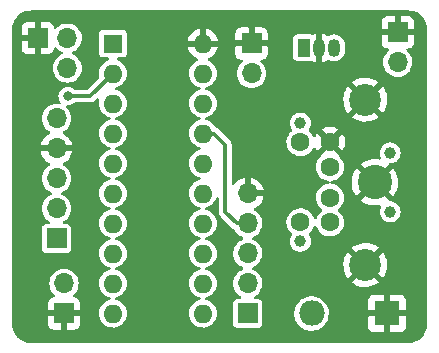
<source format=gbr>
%TF.GenerationSoftware,KiCad,Pcbnew,(6.0.0)*%
%TF.CreationDate,2022-10-20T13:45:59-04:00*%
%TF.ProjectId,TandyKey-AB,54616e64-794b-4657-992d-41422e6b6963,rev?*%
%TF.SameCoordinates,Original*%
%TF.FileFunction,Copper,L1,Top*%
%TF.FilePolarity,Positive*%
%FSLAX46Y46*%
G04 Gerber Fmt 4.6, Leading zero omitted, Abs format (unit mm)*
G04 Created by KiCad (PCBNEW (6.0.0)) date 2022-10-20 13:45:59*
%MOMM*%
%LPD*%
G01*
G04 APERTURE LIST*
%TA.AperFunction,ComponentPad*%
%ADD10R,1.700000X1.700000*%
%TD*%
%TA.AperFunction,ComponentPad*%
%ADD11O,1.700000X1.700000*%
%TD*%
%TA.AperFunction,ComponentPad*%
%ADD12R,2.159000X2.159000*%
%TD*%
%TA.AperFunction,ComponentPad*%
%ADD13O,2.159000X2.159000*%
%TD*%
%TA.AperFunction,ComponentPad*%
%ADD14R,1.050000X1.500000*%
%TD*%
%TA.AperFunction,ComponentPad*%
%ADD15O,1.050000X1.500000*%
%TD*%
%TA.AperFunction,ComponentPad*%
%ADD16R,1.600000X1.600000*%
%TD*%
%TA.AperFunction,ComponentPad*%
%ADD17O,1.600000X1.600000*%
%TD*%
%TA.AperFunction,ComponentPad*%
%ADD18C,2.700000*%
%TD*%
%TA.AperFunction,ComponentPad*%
%ADD19C,2.899999*%
%TD*%
%TA.AperFunction,ComponentPad*%
%ADD20C,1.600000*%
%TD*%
%TA.AperFunction,ComponentPad*%
%ADD21C,1.000000*%
%TD*%
%TA.AperFunction,ViaPad*%
%ADD22C,0.800000*%
%TD*%
%TA.AperFunction,Conductor*%
%ADD23C,0.304800*%
%TD*%
G04 APERTURE END LIST*
D10*
%TO.P,J1,1,Pin_1*%
%TO.N,KBD_DTA*%
X117475000Y-101282500D03*
D11*
%TO.P,J1,2,Pin_2*%
%TO.N,KBD_CLK*%
X117475000Y-96202500D03*
%TO.P,J1,3,Pin_3*%
%TO.N,Net-(J1-Pad3)*%
X117475000Y-91122500D03*
%TO.P,J1,4,Pin_4*%
%TO.N,+5V*%
X117475000Y-98742500D03*
%TO.P,J1,5,Pin_5*%
%TO.N,GND*%
X117475000Y-93662500D03*
%TD*%
D10*
%TO.P,J5,1,Pin_1*%
%TO.N,GND*%
X115882500Y-84302500D03*
D11*
%TO.P,J5,2,Pin_2*%
%TO.N,BSL_TX*%
X118382500Y-84317500D03*
%TO.P,J5,3,Pin_3*%
%TO.N,Net-(J5-Pad3)*%
X118382500Y-86857500D03*
%TD*%
D12*
%TO.P,SW1,1,1*%
%TO.N,GND*%
X145465000Y-107632500D03*
D13*
%TO.P,SW1,2,2*%
%TO.N,_RST*%
X139065000Y-107632500D03*
%TD*%
D14*
%TO.P,U2,1,VO*%
%TO.N,+3V3*%
X138430000Y-85132500D03*
D15*
%TO.P,U2,2,GND*%
%TO.N,GND*%
X139700000Y-85132500D03*
%TO.P,U2,3,VI*%
%TO.N,+5V*%
X140970000Y-85132500D03*
%TD*%
D16*
%TO.P,U1,1,DVCC*%
%TO.N,+3V3*%
X122247508Y-84777504D03*
D17*
%TO.P,U1,2,TA0CLK/ACLK/CA0/P1.0*%
%TO.N,KBD_BSY*%
X122247508Y-87317504D03*
%TO.P,U1,3,TA0.0/UCA0RXD/UCA0SOMI/P1.1*%
%TO.N,BSL_TX*%
X122247508Y-89857504D03*
%TO.P,U1,4,TA0.1/UCA0TXD/UCA0SIMO/P1.2*%
%TO.N,Net-(J5-Pad3)*%
X122247508Y-92397504D03*
%TO.P,U1,5,P1.3*%
%TO.N,KBD_CLK*%
X122247508Y-94937504D03*
%TO.P,U1,6,TCK/SMCLK/UCB0STE/UCA0CLK/P1.4*%
%TO.N,KBD_DTA*%
X122247508Y-97477504D03*
%TO.P,U1,7,TMS/TA0.0/UCB0CLK/UCA0STE/P1.5*%
%TO.N,BSL_RX*%
X122247508Y-100017504D03*
%TO.P,U1,8,P2.0/TA1.0*%
%TO.N,Net-(R8-Pad1)*%
X122247508Y-102557504D03*
%TO.P,U1,9,P2.1/TA1.1*%
%TO.N,unconnected-(U1-Pad9)*%
X122247508Y-105097504D03*
%TO.P,U1,10,P2.2/TA1.1*%
%TO.N,unconnected-(U1-Pad10)*%
X122247508Y-107637504D03*
%TO.P,U1,11,P2.3/TA1.0*%
%TO.N,unconnected-(U1-Pad11)*%
X129867508Y-107637504D03*
%TO.P,U1,12,P2.4/TA1.2*%
%TO.N,unconnected-(U1-Pad12)*%
X129867508Y-105097504D03*
%TO.P,U1,13,P2.5/TA1.2*%
%TO.N,unconnected-(U1-Pad13)*%
X129867508Y-102557504D03*
%TO.P,U1,14,TDI/TCLK/TA0.1/UCB0SOMI/UCB0SCL/P1.6*%
%TO.N,PS2_DTA*%
X129867508Y-100017504D03*
%TO.P,U1,15,TDO/TDI/UCB0SIMO/UCB0SDA/P1.7*%
%TO.N,PS2_CLK*%
X129867508Y-97477504D03*
%TO.P,U1,16,~{RST}/NMI/SBWTDIO*%
%TO.N,_RST*%
X129867508Y-94937504D03*
%TO.P,U1,17,TEST/SBWTCK*%
%TO.N,TEST*%
X129867508Y-92397504D03*
%TO.P,U1,18,P2.7/XOUT*%
%TO.N,Net-(R3-Pad1)*%
X129867508Y-89857504D03*
%TO.P,U1,19,P2.6/XIN/TA0.1*%
%TO.N,unconnected-(U1-Pad19)*%
X129867508Y-87317504D03*
%TO.P,U1,20,DVSS*%
%TO.N,GND*%
X129867508Y-84777504D03*
%TD*%
D18*
%TO.P,J2,0*%
%TO.N,GND*%
X143625000Y-103520001D03*
X143625000Y-89519999D03*
D19*
X144425000Y-96520000D03*
D20*
%TO.P,J2,1*%
%TO.N,PS2_DTA*%
X140625000Y-95220000D03*
%TO.P,J2,2*%
%TO.N,unconnected-(J2-Pad2)*%
X140625000Y-97820000D03*
%TO.P,J2,3*%
%TO.N,GND*%
X140625000Y-93120000D03*
%TO.P,J2,4*%
%TO.N,+5V*%
X140625000Y-99920000D03*
%TO.P,J2,5*%
%TO.N,PS2_CLK*%
X138125000Y-93120000D03*
%TO.P,J2,6*%
%TO.N,unconnected-(J2-Pad6)*%
X138125000Y-99920000D03*
D21*
%TO.P,J2,M1*%
%TO.N,N/C*%
X145725000Y-94020000D03*
%TO.P,J2,M2*%
X145725000Y-99020000D03*
%TO.P,J2,M3*%
X138125000Y-91520000D03*
%TO.P,J2,M4*%
X138125000Y-101520000D03*
%TD*%
D10*
%TO.P,D1,1,Pin_1*%
%TO.N,GND*%
X133985000Y-84772500D03*
D11*
%TO.P,D1,2,Pin_2*%
%TO.N,Net-(D1-Pad2)*%
X133985000Y-87312500D03*
%TD*%
D10*
%TO.P,J3,1,Pin_1*%
%TO.N,_RST*%
X133667500Y-107627500D03*
D11*
%TO.P,J3,2,Pin_2*%
%TO.N,BSL_RX*%
X133667500Y-105087500D03*
%TO.P,J3,3,Pin_3*%
%TO.N,BSL_TX*%
X133667500Y-102547500D03*
%TO.P,J3,4,Pin_4*%
%TO.N,TEST*%
X133667500Y-100007500D03*
%TO.P,J3,5,Pin_5*%
%TO.N,GND*%
X133667500Y-97467500D03*
%TD*%
D10*
%TO.P,J4,1,Pin_1*%
%TO.N,GND*%
X146367500Y-83820000D03*
D11*
%TO.P,J4,2,Pin_2*%
%TO.N,+5V*%
X146367500Y-86360000D03*
%TD*%
D10*
%TO.P,D2,1,Pin_1*%
%TO.N,GND*%
X118110000Y-107632500D03*
D11*
%TO.P,D2,2,Pin_2*%
%TO.N,Net-(D2-Pad2)*%
X118110000Y-105092500D03*
%TD*%
D22*
%TO.N,GND*%
X127270002Y-88629998D03*
%TO.N,KBD_BSY*%
X118427500Y-89217500D03*
%TD*%
D23*
%TO.N,TEST*%
X130815004Y-92397504D02*
X131762500Y-93345000D01*
X131762500Y-93345000D02*
X131762500Y-99060000D01*
X129867508Y-92397504D02*
X130815004Y-92397504D01*
X133667500Y-100007500D02*
X132720000Y-100007500D01*
X132715000Y-100012500D02*
X131762500Y-99060000D01*
X132720000Y-100007500D02*
X132715000Y-100012500D01*
%TO.N,KBD_BSY*%
X122247508Y-87317504D02*
X120347512Y-89217500D01*
X120347512Y-89217500D02*
X118427500Y-89217500D01*
%TD*%
%TA.AperFunction,Conductor*%
%TO.N,GND*%
G36*
X147299809Y-81980051D02*
G01*
X147310206Y-81981698D01*
X147310207Y-81981698D01*
X147320000Y-81983249D01*
X147329796Y-81981697D01*
X147339021Y-81981697D01*
X147355073Y-81981008D01*
X147527906Y-81993370D01*
X147545693Y-81995927D01*
X147697608Y-82028975D01*
X147740552Y-82038317D01*
X147757801Y-82043381D01*
X147944654Y-82113074D01*
X147961003Y-82120541D01*
X148136026Y-82216111D01*
X148151150Y-82225830D01*
X148310796Y-82345340D01*
X148324382Y-82357113D01*
X148465387Y-82498118D01*
X148477160Y-82511704D01*
X148596670Y-82671350D01*
X148606389Y-82686474D01*
X148701959Y-82861497D01*
X148709426Y-82877846D01*
X148737988Y-82954424D01*
X148779119Y-83064700D01*
X148784183Y-83081948D01*
X148826572Y-83276803D01*
X148829130Y-83294594D01*
X148838676Y-83428048D01*
X148841492Y-83467424D01*
X148840803Y-83483479D01*
X148840803Y-83492704D01*
X148839251Y-83502500D01*
X148840802Y-83512293D01*
X148840802Y-83512294D01*
X148842449Y-83522691D01*
X148844000Y-83542402D01*
X148844000Y-108545098D01*
X148842449Y-108564808D01*
X148839251Y-108585000D01*
X148840803Y-108594796D01*
X148840803Y-108604021D01*
X148841492Y-108620073D01*
X148829168Y-108792380D01*
X148829131Y-108792902D01*
X148826573Y-108810693D01*
X148808446Y-108894018D01*
X148784183Y-109005552D01*
X148779119Y-109022800D01*
X148710621Y-109206452D01*
X148709428Y-109209650D01*
X148701959Y-109226003D01*
X148606389Y-109401026D01*
X148596670Y-109416150D01*
X148477160Y-109575796D01*
X148465387Y-109589382D01*
X148324382Y-109730387D01*
X148310796Y-109742160D01*
X148151150Y-109861670D01*
X148136026Y-109871389D01*
X147961003Y-109966959D01*
X147944654Y-109974426D01*
X147931244Y-109979428D01*
X147757800Y-110044119D01*
X147740552Y-110049183D01*
X147717568Y-110054183D01*
X147545693Y-110091573D01*
X147527906Y-110094130D01*
X147355073Y-110106492D01*
X147339021Y-110105803D01*
X147329796Y-110105803D01*
X147320000Y-110104251D01*
X147310207Y-110105802D01*
X147310204Y-110105802D01*
X147299770Y-110107455D01*
X147280083Y-110109007D01*
X131234055Y-110111508D01*
X115292381Y-110113993D01*
X115272655Y-110112442D01*
X115262300Y-110110802D01*
X115262293Y-110110802D01*
X115252500Y-110109251D01*
X115242704Y-110110803D01*
X115233479Y-110110803D01*
X115217427Y-110111492D01*
X115044594Y-110099130D01*
X115026807Y-110096573D01*
X114831949Y-110054183D01*
X114814700Y-110049119D01*
X114789389Y-110039679D01*
X114627846Y-109979426D01*
X114611497Y-109971959D01*
X114436474Y-109876389D01*
X114421350Y-109866670D01*
X114261704Y-109747160D01*
X114248118Y-109735387D01*
X114107113Y-109594382D01*
X114095340Y-109580796D01*
X113975830Y-109421150D01*
X113966111Y-109406026D01*
X113870541Y-109231003D01*
X113863072Y-109214650D01*
X113861517Y-109210479D01*
X113793381Y-109027800D01*
X113788317Y-109010552D01*
X113776144Y-108954593D01*
X113745927Y-108815693D01*
X113743369Y-108797902D01*
X113743301Y-108796954D01*
X113731008Y-108625073D01*
X113731697Y-108609021D01*
X113731697Y-108599796D01*
X113733249Y-108590000D01*
X113731420Y-108578448D01*
X113730051Y-108569809D01*
X113728500Y-108550098D01*
X113728500Y-108527169D01*
X116752001Y-108527169D01*
X116752371Y-108533990D01*
X116757895Y-108584852D01*
X116761521Y-108600104D01*
X116806676Y-108720554D01*
X116815214Y-108736149D01*
X116891715Y-108838224D01*
X116904276Y-108850785D01*
X117006351Y-108927286D01*
X117021946Y-108935824D01*
X117142394Y-108980978D01*
X117157649Y-108984605D01*
X117208514Y-108990131D01*
X117215328Y-108990500D01*
X117837885Y-108990500D01*
X117853124Y-108986025D01*
X117854329Y-108984635D01*
X117856000Y-108976952D01*
X117856000Y-108972384D01*
X118364000Y-108972384D01*
X118368475Y-108987623D01*
X118369865Y-108988828D01*
X118377548Y-108990499D01*
X119004669Y-108990499D01*
X119011490Y-108990129D01*
X119062352Y-108984605D01*
X119077604Y-108980979D01*
X119198054Y-108935824D01*
X119213649Y-108927286D01*
X119315724Y-108850785D01*
X119328285Y-108838224D01*
X119404786Y-108736149D01*
X119413324Y-108720554D01*
X119458478Y-108600106D01*
X119462105Y-108584851D01*
X119467631Y-108533986D01*
X119468000Y-108527172D01*
X119468000Y-107904615D01*
X119463525Y-107889376D01*
X119462135Y-107888171D01*
X119454452Y-107886500D01*
X118382115Y-107886500D01*
X118366876Y-107890975D01*
X118365671Y-107892365D01*
X118364000Y-107900048D01*
X118364000Y-108972384D01*
X117856000Y-108972384D01*
X117856000Y-107904615D01*
X117851525Y-107889376D01*
X117850135Y-107888171D01*
X117842452Y-107886500D01*
X116770116Y-107886500D01*
X116754877Y-107890975D01*
X116753672Y-107892365D01*
X116752001Y-107900048D01*
X116752001Y-108527169D01*
X113728500Y-108527169D01*
X113728500Y-107360385D01*
X116752000Y-107360385D01*
X116756475Y-107375624D01*
X116757865Y-107376829D01*
X116765548Y-107378500D01*
X119449884Y-107378500D01*
X119465123Y-107374025D01*
X119466328Y-107372635D01*
X119467999Y-107364952D01*
X119467999Y-106737831D01*
X119467629Y-106731010D01*
X119462105Y-106680148D01*
X119458479Y-106664896D01*
X119413324Y-106544446D01*
X119404786Y-106528851D01*
X119328285Y-106426776D01*
X119315724Y-106414215D01*
X119213649Y-106337714D01*
X119198054Y-106329176D01*
X119077606Y-106284022D01*
X119062351Y-106280395D01*
X119011486Y-106274869D01*
X119004672Y-106274500D01*
X118968605Y-106274500D01*
X118900484Y-106254498D01*
X118853991Y-106200842D01*
X118843887Y-106130568D01*
X118873381Y-106065988D01*
X118896333Y-106045288D01*
X118900103Y-106042648D01*
X118900105Y-106042646D01*
X118904617Y-106039487D01*
X119056987Y-105887117D01*
X119067474Y-105872141D01*
X119177427Y-105715111D01*
X119177428Y-105715109D01*
X119180584Y-105710602D01*
X119182907Y-105705620D01*
X119182910Y-105705615D01*
X119269329Y-105520289D01*
X119269330Y-105520287D01*
X119271652Y-105515307D01*
X119278973Y-105487987D01*
X119325999Y-105312480D01*
X119325999Y-105312478D01*
X119327423Y-105307165D01*
X119346204Y-105092500D01*
X119327423Y-104877835D01*
X119318700Y-104845281D01*
X119273075Y-104675003D01*
X119273074Y-104675001D01*
X119271652Y-104669693D01*
X119269329Y-104664711D01*
X119182910Y-104479385D01*
X119182907Y-104479380D01*
X119180584Y-104474398D01*
X119173926Y-104464889D01*
X119060146Y-104302394D01*
X119060144Y-104302391D01*
X119056987Y-104297883D01*
X118904617Y-104145513D01*
X118900109Y-104142356D01*
X118900106Y-104142354D01*
X118732611Y-104025073D01*
X118732609Y-104025072D01*
X118728102Y-104021916D01*
X118723120Y-104019593D01*
X118723115Y-104019590D01*
X118537789Y-103933171D01*
X118537787Y-103933170D01*
X118532807Y-103930848D01*
X118527499Y-103929426D01*
X118527497Y-103929425D01*
X118329980Y-103876501D01*
X118329978Y-103876501D01*
X118324665Y-103875077D01*
X118110000Y-103856296D01*
X117895335Y-103875077D01*
X117890022Y-103876501D01*
X117890020Y-103876501D01*
X117692503Y-103929425D01*
X117692501Y-103929426D01*
X117687193Y-103930848D01*
X117682213Y-103933170D01*
X117682211Y-103933171D01*
X117496885Y-104019590D01*
X117496880Y-104019593D01*
X117491898Y-104021916D01*
X117487391Y-104025072D01*
X117487389Y-104025073D01*
X117319894Y-104142354D01*
X117319891Y-104142356D01*
X117315383Y-104145513D01*
X117163013Y-104297883D01*
X117159856Y-104302391D01*
X117159854Y-104302394D01*
X117046074Y-104464889D01*
X117039416Y-104474398D01*
X117037093Y-104479380D01*
X117037090Y-104479385D01*
X116950671Y-104664711D01*
X116948348Y-104669693D01*
X116946926Y-104675001D01*
X116946925Y-104675003D01*
X116901300Y-104845281D01*
X116892577Y-104877835D01*
X116873796Y-105092500D01*
X116892577Y-105307165D01*
X116894001Y-105312478D01*
X116894001Y-105312480D01*
X116941028Y-105487987D01*
X116948348Y-105515307D01*
X116950670Y-105520287D01*
X116950671Y-105520289D01*
X117037090Y-105705615D01*
X117037093Y-105705620D01*
X117039416Y-105710602D01*
X117042572Y-105715109D01*
X117042573Y-105715111D01*
X117152527Y-105872141D01*
X117163013Y-105887117D01*
X117315383Y-106039487D01*
X117319896Y-106042647D01*
X117323666Y-106045287D01*
X117367995Y-106100743D01*
X117375306Y-106171362D01*
X117343276Y-106234723D01*
X117282075Y-106270709D01*
X117251397Y-106274501D01*
X117215331Y-106274501D01*
X117208510Y-106274871D01*
X117157648Y-106280395D01*
X117142396Y-106284021D01*
X117021946Y-106329176D01*
X117006351Y-106337714D01*
X116904276Y-106414215D01*
X116891715Y-106426776D01*
X116815214Y-106528851D01*
X116806676Y-106544446D01*
X116761522Y-106664894D01*
X116757895Y-106680149D01*
X116752369Y-106731014D01*
X116752000Y-106737828D01*
X116752000Y-107360385D01*
X113728500Y-107360385D01*
X113728500Y-93930466D01*
X116143257Y-93930466D01*
X116173565Y-94064946D01*
X116176645Y-94074775D01*
X116256770Y-94272103D01*
X116261413Y-94281294D01*
X116372694Y-94462888D01*
X116378777Y-94471199D01*
X116518213Y-94632167D01*
X116525580Y-94639383D01*
X116689434Y-94775416D01*
X116697881Y-94781331D01*
X116881753Y-94888777D01*
X116886283Y-94890948D01*
X116939072Y-94938422D01*
X116957815Y-95006900D01*
X116936560Y-95074640D01*
X116885085Y-95118772D01*
X116861889Y-95129588D01*
X116861886Y-95129590D01*
X116856898Y-95131916D01*
X116852391Y-95135072D01*
X116852389Y-95135073D01*
X116684894Y-95252354D01*
X116684891Y-95252356D01*
X116680383Y-95255513D01*
X116528013Y-95407883D01*
X116524856Y-95412391D01*
X116524854Y-95412394D01*
X116441956Y-95530785D01*
X116404416Y-95584398D01*
X116402093Y-95589380D01*
X116402090Y-95589385D01*
X116346941Y-95707653D01*
X116313348Y-95779693D01*
X116311926Y-95785001D01*
X116311925Y-95785003D01*
X116291068Y-95862843D01*
X116257577Y-95987835D01*
X116238796Y-96202500D01*
X116257577Y-96417165D01*
X116259001Y-96422478D01*
X116259001Y-96422480D01*
X116294691Y-96555676D01*
X116313348Y-96625307D01*
X116315670Y-96630287D01*
X116315671Y-96630289D01*
X116402090Y-96815615D01*
X116402093Y-96815620D01*
X116404416Y-96820602D01*
X116407572Y-96825109D01*
X116407573Y-96825111D01*
X116469574Y-96913657D01*
X116528013Y-96997117D01*
X116680383Y-97149487D01*
X116684891Y-97152644D01*
X116684894Y-97152646D01*
X116848179Y-97266979D01*
X116856898Y-97273084D01*
X116861880Y-97275407D01*
X116861885Y-97275410D01*
X117039654Y-97358305D01*
X117092939Y-97405223D01*
X117112400Y-97473500D01*
X117091858Y-97541460D01*
X117039654Y-97586695D01*
X116861885Y-97669590D01*
X116861880Y-97669593D01*
X116856898Y-97671916D01*
X116852391Y-97675072D01*
X116852389Y-97675073D01*
X116684894Y-97792354D01*
X116684891Y-97792356D01*
X116680383Y-97795513D01*
X116528013Y-97947883D01*
X116524856Y-97952391D01*
X116524854Y-97952394D01*
X116438654Y-98075501D01*
X116404416Y-98124398D01*
X116402093Y-98129380D01*
X116402090Y-98129385D01*
X116323860Y-98297150D01*
X116313348Y-98319693D01*
X116311926Y-98325001D01*
X116311925Y-98325003D01*
X116266615Y-98494105D01*
X116257577Y-98527835D01*
X116238796Y-98742500D01*
X116257577Y-98957165D01*
X116259001Y-98962478D01*
X116259001Y-98962480D01*
X116308933Y-99148828D01*
X116313348Y-99165307D01*
X116315670Y-99170287D01*
X116315671Y-99170289D01*
X116402090Y-99355615D01*
X116402093Y-99355620D01*
X116404416Y-99360602D01*
X116407572Y-99365109D01*
X116407573Y-99365111D01*
X116494738Y-99489595D01*
X116528013Y-99537117D01*
X116680383Y-99689487D01*
X116684891Y-99692644D01*
X116684894Y-99692646D01*
X116708993Y-99709520D01*
X116856898Y-99813084D01*
X116861882Y-99815408D01*
X116862701Y-99815881D01*
X116911694Y-99867264D01*
X116925130Y-99936977D01*
X116898744Y-100002888D01*
X116840911Y-100044070D01*
X116799701Y-100051000D01*
X116588842Y-100051000D01*
X116584294Y-100051670D01*
X116584287Y-100051670D01*
X116523541Y-100060612D01*
X116523539Y-100060613D01*
X116513856Y-100062038D01*
X116505068Y-100066353D01*
X116505067Y-100066353D01*
X116409197Y-100113423D01*
X116409196Y-100113424D01*
X116399849Y-100118013D01*
X116392492Y-100125383D01*
X116320646Y-100197355D01*
X116310120Y-100207899D01*
X116305547Y-100217255D01*
X116305546Y-100217256D01*
X116287520Y-100254135D01*
X116254345Y-100322003D01*
X116252933Y-100331683D01*
X116244165Y-100391787D01*
X116243500Y-100396342D01*
X116243500Y-102168658D01*
X116244170Y-102173206D01*
X116244170Y-102173213D01*
X116253112Y-102233959D01*
X116254538Y-102243644D01*
X116310513Y-102357651D01*
X116400399Y-102447380D01*
X116514503Y-102503155D01*
X116547284Y-102507937D01*
X116584316Y-102513340D01*
X116584320Y-102513340D01*
X116588842Y-102514000D01*
X118361158Y-102514000D01*
X118365706Y-102513330D01*
X118365713Y-102513330D01*
X118426459Y-102504388D01*
X118426461Y-102504387D01*
X118436144Y-102502962D01*
X118444933Y-102498647D01*
X118540803Y-102451577D01*
X118540804Y-102451576D01*
X118550151Y-102446987D01*
X118639880Y-102357101D01*
X118647619Y-102341270D01*
X118675746Y-102283726D01*
X118695655Y-102242997D01*
X118704470Y-102182574D01*
X118705840Y-102173184D01*
X118705840Y-102173180D01*
X118706500Y-102168658D01*
X118706500Y-100396342D01*
X118703485Y-100375856D01*
X118696888Y-100331041D01*
X118696887Y-100331039D01*
X118695462Y-100321356D01*
X118682277Y-100294501D01*
X118644077Y-100216697D01*
X118644076Y-100216696D01*
X118639487Y-100207349D01*
X118549601Y-100117620D01*
X118525050Y-100105619D01*
X118444719Y-100066353D01*
X118435497Y-100061845D01*
X118402716Y-100057063D01*
X118365684Y-100051660D01*
X118365680Y-100051660D01*
X118361158Y-100051000D01*
X118150299Y-100051000D01*
X118082178Y-100030998D01*
X118035685Y-99977342D01*
X118025581Y-99907068D01*
X118055075Y-99842488D01*
X118087299Y-99815881D01*
X118088118Y-99815408D01*
X118093102Y-99813084D01*
X118241007Y-99709520D01*
X118265106Y-99692646D01*
X118265109Y-99692644D01*
X118269617Y-99689487D01*
X118421987Y-99537117D01*
X118455263Y-99489595D01*
X118542427Y-99365111D01*
X118542428Y-99365109D01*
X118545584Y-99360602D01*
X118547907Y-99355620D01*
X118547910Y-99355615D01*
X118634329Y-99170289D01*
X118634330Y-99170287D01*
X118636652Y-99165307D01*
X118641068Y-99148828D01*
X118690999Y-98962480D01*
X118690999Y-98962478D01*
X118692423Y-98957165D01*
X118711204Y-98742500D01*
X118692423Y-98527835D01*
X118683385Y-98494105D01*
X118638075Y-98325003D01*
X118638074Y-98325001D01*
X118636652Y-98319693D01*
X118626140Y-98297150D01*
X118547910Y-98129385D01*
X118547907Y-98129380D01*
X118545584Y-98124398D01*
X118511346Y-98075501D01*
X118425146Y-97952394D01*
X118425144Y-97952391D01*
X118421987Y-97947883D01*
X118269617Y-97795513D01*
X118265109Y-97792356D01*
X118265106Y-97792354D01*
X118097611Y-97675073D01*
X118097609Y-97675072D01*
X118093102Y-97671916D01*
X118088120Y-97669593D01*
X118088115Y-97669590D01*
X117910346Y-97586695D01*
X117857061Y-97539777D01*
X117837600Y-97471500D01*
X117858142Y-97403540D01*
X117910346Y-97358305D01*
X118088115Y-97275410D01*
X118088120Y-97275407D01*
X118093102Y-97273084D01*
X118101821Y-97266979D01*
X118265106Y-97152646D01*
X118265109Y-97152644D01*
X118269617Y-97149487D01*
X118421987Y-96997117D01*
X118480427Y-96913657D01*
X118542427Y-96825111D01*
X118542428Y-96825109D01*
X118545584Y-96820602D01*
X118547907Y-96815620D01*
X118547910Y-96815615D01*
X118634329Y-96630289D01*
X118634330Y-96630287D01*
X118636652Y-96625307D01*
X118655310Y-96555676D01*
X118690999Y-96422480D01*
X118690999Y-96422478D01*
X118692423Y-96417165D01*
X118711204Y-96202500D01*
X118692423Y-95987835D01*
X118658932Y-95862843D01*
X118638075Y-95785003D01*
X118638074Y-95785001D01*
X118636652Y-95779693D01*
X118603059Y-95707653D01*
X118547910Y-95589385D01*
X118547907Y-95589380D01*
X118545584Y-95584398D01*
X118508044Y-95530785D01*
X118425146Y-95412394D01*
X118425144Y-95412391D01*
X118421987Y-95407883D01*
X118269617Y-95255513D01*
X118265109Y-95252356D01*
X118265106Y-95252354D01*
X118097611Y-95135073D01*
X118097609Y-95135072D01*
X118093102Y-95131916D01*
X118077558Y-95124668D01*
X118060134Y-95116542D01*
X118006850Y-95069624D01*
X117987390Y-95001346D01*
X118007933Y-94933387D01*
X118057954Y-94889196D01*
X118168100Y-94835236D01*
X118176945Y-94829964D01*
X118350328Y-94706292D01*
X118358200Y-94699639D01*
X118509052Y-94549312D01*
X118515730Y-94541465D01*
X118640003Y-94368520D01*
X118645313Y-94359683D01*
X118739670Y-94168767D01*
X118743469Y-94159172D01*
X118805377Y-93955410D01*
X118807555Y-93945337D01*
X118808986Y-93934462D01*
X118806775Y-93920278D01*
X118793617Y-93916500D01*
X116158225Y-93916500D01*
X116144694Y-93920473D01*
X116143257Y-93930466D01*
X113728500Y-93930466D01*
X113728500Y-93396683D01*
X116139389Y-93396683D01*
X116140912Y-93405107D01*
X116153292Y-93408500D01*
X118793344Y-93408500D01*
X118806875Y-93404527D01*
X118808180Y-93395447D01*
X118766214Y-93228375D01*
X118762894Y-93218624D01*
X118677972Y-93023314D01*
X118673105Y-93014239D01*
X118557426Y-92835426D01*
X118551136Y-92827257D01*
X118407806Y-92669740D01*
X118400273Y-92662715D01*
X118233139Y-92530722D01*
X118224561Y-92525023D01*
X118055364Y-92431621D01*
X118005394Y-92381188D01*
X117990622Y-92311745D01*
X118015738Y-92245340D01*
X118063008Y-92207117D01*
X118088115Y-92195410D01*
X118088120Y-92195407D01*
X118093102Y-92193084D01*
X118101757Y-92187024D01*
X118265106Y-92072646D01*
X118265109Y-92072644D01*
X118269617Y-92069487D01*
X118421987Y-91917117D01*
X118430349Y-91905176D01*
X118542427Y-91745111D01*
X118542428Y-91745109D01*
X118545584Y-91740602D01*
X118547907Y-91735620D01*
X118547910Y-91735615D01*
X118634329Y-91550289D01*
X118634330Y-91550287D01*
X118636652Y-91545307D01*
X118690766Y-91343351D01*
X118690999Y-91342480D01*
X118690999Y-91342478D01*
X118692423Y-91337165D01*
X118711204Y-91122500D01*
X118692423Y-90907835D01*
X118689537Y-90897065D01*
X118638075Y-90705003D01*
X118638074Y-90705001D01*
X118636652Y-90699693D01*
X118625442Y-90675653D01*
X118547910Y-90509385D01*
X118547907Y-90509380D01*
X118545584Y-90504398D01*
X118508044Y-90450785D01*
X118425146Y-90332394D01*
X118425144Y-90332391D01*
X118421987Y-90327883D01*
X118312006Y-90217902D01*
X118277980Y-90155590D01*
X118283045Y-90084775D01*
X118325592Y-90027939D01*
X118392112Y-90003128D01*
X118403739Y-90002835D01*
X118404049Y-90002841D01*
X118411030Y-90003773D01*
X118418041Y-90003135D01*
X118418045Y-90003135D01*
X118555605Y-89990615D01*
X118585637Y-89987882D01*
X118592339Y-89985704D01*
X118592341Y-89985704D01*
X118745685Y-89935880D01*
X118745688Y-89935879D01*
X118752384Y-89933703D01*
X118902984Y-89843927D01*
X118963651Y-89786154D01*
X119026777Y-89753662D01*
X119050544Y-89751400D01*
X120332878Y-89751400D01*
X120338155Y-89751511D01*
X120398229Y-89754029D01*
X120439152Y-89744430D01*
X120450818Y-89742269D01*
X120483928Y-89737734D01*
X120483930Y-89737733D01*
X120492438Y-89736568D01*
X120500321Y-89733157D01*
X120500323Y-89733156D01*
X120505507Y-89730913D01*
X120526770Y-89723881D01*
X120532273Y-89722590D01*
X120532280Y-89722587D01*
X120540643Y-89720626D01*
X120548169Y-89716489D01*
X120548176Y-89716486D01*
X120577477Y-89700378D01*
X120588134Y-89695157D01*
X120618801Y-89681886D01*
X120618803Y-89681885D01*
X120626687Y-89678473D01*
X120637763Y-89669504D01*
X120656345Y-89657019D01*
X120663044Y-89653336D01*
X120668830Y-89650155D01*
X120676696Y-89643365D01*
X120700354Y-89619707D01*
X120710155Y-89610882D01*
X120733691Y-89591823D01*
X120740368Y-89586416D01*
X120745344Y-89579414D01*
X120745346Y-89579412D01*
X120750755Y-89571801D01*
X120764366Y-89555695D01*
X120896242Y-89423819D01*
X120958554Y-89389793D01*
X121029369Y-89394858D01*
X121086205Y-89437405D01*
X121111016Y-89503925D01*
X121105669Y-89550277D01*
X121086875Y-89610804D01*
X121061353Y-89826443D01*
X121075555Y-90043123D01*
X121129005Y-90253587D01*
X121219915Y-90450785D01*
X121345239Y-90628114D01*
X121500780Y-90779636D01*
X121505576Y-90782841D01*
X121505579Y-90782843D01*
X121623013Y-90861309D01*
X121681330Y-90900275D01*
X121686633Y-90902553D01*
X121686636Y-90902555D01*
X121875533Y-90983712D01*
X121880840Y-90985992D01*
X121916695Y-90994105D01*
X121955329Y-91002847D01*
X122017355Y-91037390D01*
X122050860Y-91099983D01*
X122045206Y-91170754D01*
X122002187Y-91227234D01*
X121951633Y-91248740D01*
X121951676Y-91248900D01*
X121950543Y-91249204D01*
X121948859Y-91249920D01*
X121940403Y-91251373D01*
X121736680Y-91326531D01*
X121550064Y-91437555D01*
X121545724Y-91441361D01*
X121545720Y-91441364D01*
X121456054Y-91520000D01*
X121386806Y-91580729D01*
X121252373Y-91751256D01*
X121249685Y-91756365D01*
X121153957Y-91938314D01*
X121153955Y-91938319D01*
X121151268Y-91943426D01*
X121086875Y-92150804D01*
X121061353Y-92366443D01*
X121075555Y-92583123D01*
X121129005Y-92793587D01*
X121219915Y-92990785D01*
X121345239Y-93168114D01*
X121397089Y-93218624D01*
X121474756Y-93294284D01*
X121500780Y-93319636D01*
X121505576Y-93322841D01*
X121505579Y-93322843D01*
X121627829Y-93404527D01*
X121681330Y-93440275D01*
X121686633Y-93442553D01*
X121686636Y-93442555D01*
X121875533Y-93523712D01*
X121880840Y-93525992D01*
X121954256Y-93542604D01*
X121955329Y-93542847D01*
X122017355Y-93577390D01*
X122050860Y-93639983D01*
X122045206Y-93710754D01*
X122002187Y-93767234D01*
X121951633Y-93788740D01*
X121951676Y-93788900D01*
X121950543Y-93789204D01*
X121948859Y-93789920D01*
X121940403Y-93791373D01*
X121736680Y-93866531D01*
X121550064Y-93977555D01*
X121545724Y-93981361D01*
X121545720Y-93981364D01*
X121409649Y-94100696D01*
X121386806Y-94120729D01*
X121383231Y-94125264D01*
X121383230Y-94125265D01*
X121267616Y-94271921D01*
X121252373Y-94291256D01*
X121249685Y-94296365D01*
X121153957Y-94478314D01*
X121153955Y-94478319D01*
X121151268Y-94483426D01*
X121086875Y-94690804D01*
X121061353Y-94906443D01*
X121075555Y-95123123D01*
X121129005Y-95333587D01*
X121219915Y-95530785D01*
X121345239Y-95708114D01*
X121349373Y-95712141D01*
X121458037Y-95817997D01*
X121500780Y-95859636D01*
X121505576Y-95862841D01*
X121505579Y-95862843D01*
X121647597Y-95957735D01*
X121681330Y-95980275D01*
X121686633Y-95982553D01*
X121686636Y-95982555D01*
X121864626Y-96059026D01*
X121880840Y-96065992D01*
X121954256Y-96082604D01*
X121955329Y-96082847D01*
X122017355Y-96117390D01*
X122050860Y-96179983D01*
X122045206Y-96250754D01*
X122002187Y-96307234D01*
X121951633Y-96328740D01*
X121951676Y-96328900D01*
X121950543Y-96329204D01*
X121948859Y-96329920D01*
X121948295Y-96330017D01*
X121940403Y-96331373D01*
X121736680Y-96406531D01*
X121550064Y-96517555D01*
X121545724Y-96521361D01*
X121545720Y-96521364D01*
X121445828Y-96608968D01*
X121386806Y-96660729D01*
X121383231Y-96665264D01*
X121383230Y-96665265D01*
X121290115Y-96783381D01*
X121252373Y-96831256D01*
X121249685Y-96836365D01*
X121153957Y-97018314D01*
X121153955Y-97018319D01*
X121151268Y-97023426D01*
X121086875Y-97230804D01*
X121061353Y-97446443D01*
X121075555Y-97663123D01*
X121129005Y-97873587D01*
X121219915Y-98070785D01*
X121345239Y-98248114D01*
X121500780Y-98399636D01*
X121505576Y-98402841D01*
X121505579Y-98402843D01*
X121611411Y-98473557D01*
X121681330Y-98520275D01*
X121686633Y-98522553D01*
X121686636Y-98522555D01*
X121875533Y-98603712D01*
X121880840Y-98605992D01*
X121954256Y-98622604D01*
X121955329Y-98622847D01*
X122017355Y-98657390D01*
X122050860Y-98719983D01*
X122045206Y-98790754D01*
X122002187Y-98847234D01*
X121951633Y-98868740D01*
X121951676Y-98868900D01*
X121950543Y-98869204D01*
X121948859Y-98869920D01*
X121940403Y-98871373D01*
X121736680Y-98946531D01*
X121550064Y-99057555D01*
X121545724Y-99061361D01*
X121545720Y-99061364D01*
X121427197Y-99165307D01*
X121386806Y-99200729D01*
X121383231Y-99205264D01*
X121383230Y-99205265D01*
X121262051Y-99358980D01*
X121252373Y-99371256D01*
X121249685Y-99376365D01*
X121153957Y-99558314D01*
X121153955Y-99558319D01*
X121151268Y-99563426D01*
X121086875Y-99770804D01*
X121061353Y-99986443D01*
X121075555Y-100203123D01*
X121129005Y-100413587D01*
X121219915Y-100610785D01*
X121345239Y-100788114D01*
X121500780Y-100939636D01*
X121505576Y-100942841D01*
X121505579Y-100942843D01*
X121597075Y-101003978D01*
X121681330Y-101060275D01*
X121686633Y-101062553D01*
X121686636Y-101062555D01*
X121784752Y-101104709D01*
X121880840Y-101145992D01*
X121940480Y-101159487D01*
X121955329Y-101162847D01*
X122017355Y-101197390D01*
X122050860Y-101259983D01*
X122045206Y-101330754D01*
X122002187Y-101387234D01*
X121951633Y-101408740D01*
X121951676Y-101408900D01*
X121950543Y-101409204D01*
X121948859Y-101409920D01*
X121940403Y-101411373D01*
X121736680Y-101486531D01*
X121550064Y-101597555D01*
X121545724Y-101601361D01*
X121545720Y-101601364D01*
X121481449Y-101657729D01*
X121386806Y-101740729D01*
X121383231Y-101745264D01*
X121383230Y-101745265D01*
X121377225Y-101752883D01*
X121252373Y-101911256D01*
X121249685Y-101916365D01*
X121153957Y-102098314D01*
X121153955Y-102098319D01*
X121151268Y-102103426D01*
X121086875Y-102310804D01*
X121061353Y-102526443D01*
X121075555Y-102743123D01*
X121129005Y-102953587D01*
X121219915Y-103150785D01*
X121345239Y-103328114D01*
X121500780Y-103479636D01*
X121505576Y-103482841D01*
X121505579Y-103482843D01*
X121647597Y-103577735D01*
X121681330Y-103600275D01*
X121686633Y-103602553D01*
X121686636Y-103602555D01*
X121875533Y-103683712D01*
X121880840Y-103685992D01*
X121954256Y-103702604D01*
X121955329Y-103702847D01*
X122017355Y-103737390D01*
X122050860Y-103799983D01*
X122045206Y-103870754D01*
X122002187Y-103927234D01*
X121951633Y-103948740D01*
X121951676Y-103948900D01*
X121950543Y-103949204D01*
X121948859Y-103949920D01*
X121940403Y-103951373D01*
X121736680Y-104026531D01*
X121550064Y-104137555D01*
X121545724Y-104141361D01*
X121545720Y-104141364D01*
X121436861Y-104236832D01*
X121386806Y-104280729D01*
X121383231Y-104285264D01*
X121383230Y-104285265D01*
X121377225Y-104292883D01*
X121252373Y-104451256D01*
X121249685Y-104456365D01*
X121153957Y-104638314D01*
X121153955Y-104638319D01*
X121151268Y-104643426D01*
X121086875Y-104850804D01*
X121061353Y-105066443D01*
X121075555Y-105283123D01*
X121129005Y-105493587D01*
X121219915Y-105690785D01*
X121345239Y-105868114D01*
X121500780Y-106019636D01*
X121505576Y-106022841D01*
X121505579Y-106022843D01*
X121620569Y-106099676D01*
X121681330Y-106140275D01*
X121686633Y-106142553D01*
X121686636Y-106142555D01*
X121875533Y-106223712D01*
X121880840Y-106225992D01*
X121919426Y-106234723D01*
X121955329Y-106242847D01*
X122017355Y-106277390D01*
X122050860Y-106339983D01*
X122045206Y-106410754D01*
X122002187Y-106467234D01*
X121951633Y-106488740D01*
X121951676Y-106488900D01*
X121950543Y-106489204D01*
X121948859Y-106489920D01*
X121940403Y-106491373D01*
X121736680Y-106566531D01*
X121550064Y-106677555D01*
X121545724Y-106681361D01*
X121545720Y-106681364D01*
X121472077Y-106745948D01*
X121386806Y-106820729D01*
X121252373Y-106991256D01*
X121249685Y-106996365D01*
X121153957Y-107178314D01*
X121153955Y-107178319D01*
X121151268Y-107183426D01*
X121086875Y-107390804D01*
X121061353Y-107606443D01*
X121075555Y-107823123D01*
X121129005Y-108033587D01*
X121219915Y-108230785D01*
X121345239Y-108408114D01*
X121349373Y-108412141D01*
X121458229Y-108518184D01*
X121500780Y-108559636D01*
X121505576Y-108562841D01*
X121505579Y-108562843D01*
X121591235Y-108620076D01*
X121681330Y-108680275D01*
X121686633Y-108682553D01*
X121686636Y-108682555D01*
X121811379Y-108736149D01*
X121880840Y-108765992D01*
X121958293Y-108783518D01*
X122086994Y-108812640D01*
X122086999Y-108812641D01*
X122092631Y-108813915D01*
X122098402Y-108814142D01*
X122098404Y-108814142D01*
X122164797Y-108816750D01*
X122309608Y-108822440D01*
X122417056Y-108806861D01*
X122518791Y-108792110D01*
X122518796Y-108792109D01*
X122524505Y-108791281D01*
X122529969Y-108789426D01*
X122529974Y-108789425D01*
X122724658Y-108723338D01*
X122730126Y-108721482D01*
X122919584Y-108615381D01*
X123086534Y-108476530D01*
X123225385Y-108309580D01*
X123331486Y-108120122D01*
X123362762Y-108027987D01*
X123399429Y-107919970D01*
X123399430Y-107919965D01*
X123401285Y-107914501D01*
X123402719Y-107904615D01*
X123420992Y-107778583D01*
X123432444Y-107699604D01*
X123434070Y-107637504D01*
X123414201Y-107421270D01*
X123407702Y-107398224D01*
X123356827Y-107217838D01*
X123355259Y-107212278D01*
X123331978Y-107165068D01*
X123261772Y-107022706D01*
X123259218Y-107017527D01*
X123129295Y-106843539D01*
X123011016Y-106734203D01*
X122974081Y-106700060D01*
X122974078Y-106700058D01*
X122969841Y-106696141D01*
X122786196Y-106580270D01*
X122584510Y-106499805D01*
X122578845Y-106498678D01*
X122578841Y-106498677D01*
X122546252Y-106492195D01*
X122483342Y-106459288D01*
X122448210Y-106397593D01*
X122452010Y-106326698D01*
X122493535Y-106269112D01*
X122530332Y-106249303D01*
X122599004Y-106225992D01*
X122730126Y-106181482D01*
X122919584Y-106075381D01*
X122939824Y-106058548D01*
X123082096Y-105940221D01*
X123086534Y-105936530D01*
X123225385Y-105769580D01*
X123331486Y-105580122D01*
X123362762Y-105487987D01*
X123399429Y-105379970D01*
X123399430Y-105379965D01*
X123401285Y-105374501D01*
X123404798Y-105350277D01*
X123420992Y-105238583D01*
X123432444Y-105159604D01*
X123434070Y-105097504D01*
X123414201Y-104881270D01*
X123411734Y-104872520D01*
X123356827Y-104677838D01*
X123355259Y-104672278D01*
X123259218Y-104477527D01*
X123129295Y-104303539D01*
X122969841Y-104156141D01*
X122786196Y-104040270D01*
X122584510Y-103959805D01*
X122578845Y-103958678D01*
X122578841Y-103958677D01*
X122546252Y-103952195D01*
X122483342Y-103919288D01*
X122448210Y-103857593D01*
X122452010Y-103786698D01*
X122493535Y-103729112D01*
X122530332Y-103709303D01*
X122533268Y-103708306D01*
X122730126Y-103641482D01*
X122919584Y-103535381D01*
X123086534Y-103396530D01*
X123225385Y-103229580D01*
X123331486Y-103040122D01*
X123401285Y-102834501D01*
X123411774Y-102762165D01*
X123431911Y-102623278D01*
X123432444Y-102619604D01*
X123434070Y-102557504D01*
X123416333Y-102364472D01*
X123414730Y-102347024D01*
X123414729Y-102347021D01*
X123414201Y-102341270D01*
X123407228Y-102316543D01*
X123356827Y-102137838D01*
X123355259Y-102132278D01*
X123259218Y-101937527D01*
X123129295Y-101763539D01*
X122969841Y-101616141D01*
X122786196Y-101500270D01*
X122584510Y-101419805D01*
X122578845Y-101418678D01*
X122578841Y-101418677D01*
X122546252Y-101412195D01*
X122483342Y-101379288D01*
X122448210Y-101317593D01*
X122452010Y-101246698D01*
X122493535Y-101189112D01*
X122530332Y-101169303D01*
X122540746Y-101165768D01*
X122730126Y-101101482D01*
X122919584Y-100995381D01*
X123086534Y-100856530D01*
X123225385Y-100689580D01*
X123331486Y-100500122D01*
X123373669Y-100375856D01*
X123399429Y-100299970D01*
X123399430Y-100299965D01*
X123401285Y-100294501D01*
X123405271Y-100267015D01*
X123431911Y-100083278D01*
X123432444Y-100079604D01*
X123434070Y-100017504D01*
X123419624Y-99860292D01*
X123414730Y-99807024D01*
X123414729Y-99807021D01*
X123414201Y-99801270D01*
X123407228Y-99776543D01*
X123356827Y-99597838D01*
X123355259Y-99592278D01*
X123259218Y-99397527D01*
X123141033Y-99239258D01*
X123132748Y-99228163D01*
X123132747Y-99228162D01*
X123129295Y-99223539D01*
X123004047Y-99107761D01*
X122974081Y-99080060D01*
X122974078Y-99080058D01*
X122969841Y-99076141D01*
X122786196Y-98960270D01*
X122584510Y-98879805D01*
X122578845Y-98878678D01*
X122578841Y-98878677D01*
X122546252Y-98872195D01*
X122483342Y-98839288D01*
X122448210Y-98777593D01*
X122452010Y-98706698D01*
X122493535Y-98649112D01*
X122530332Y-98629303D01*
X122599004Y-98605992D01*
X122730126Y-98561482D01*
X122919584Y-98455381D01*
X123086534Y-98316530D01*
X123225385Y-98149580D01*
X123331486Y-97960122D01*
X123363287Y-97866439D01*
X123399429Y-97759970D01*
X123399430Y-97759965D01*
X123401285Y-97754501D01*
X123405523Y-97725278D01*
X123420992Y-97618583D01*
X123432444Y-97539604D01*
X123434070Y-97477504D01*
X123421812Y-97344097D01*
X123414730Y-97267024D01*
X123414729Y-97267021D01*
X123414201Y-97261270D01*
X123407228Y-97236543D01*
X123356827Y-97057838D01*
X123355259Y-97052278D01*
X123259218Y-96857527D01*
X123129295Y-96683539D01*
X122969841Y-96536141D01*
X122786196Y-96420270D01*
X122584510Y-96339805D01*
X122578845Y-96338678D01*
X122578841Y-96338677D01*
X122546252Y-96332195D01*
X122483342Y-96299288D01*
X122448210Y-96237593D01*
X122452010Y-96166698D01*
X122493535Y-96109112D01*
X122530332Y-96089303D01*
X122599004Y-96065992D01*
X122730126Y-96021482D01*
X122919584Y-95915381D01*
X123086534Y-95776530D01*
X123225385Y-95609580D01*
X123331486Y-95420122D01*
X123363287Y-95326439D01*
X123399429Y-95219970D01*
X123399430Y-95219965D01*
X123401285Y-95214501D01*
X123404156Y-95194705D01*
X123431386Y-95006900D01*
X123432444Y-94999604D01*
X123434070Y-94937504D01*
X123420479Y-94789595D01*
X123414730Y-94727024D01*
X123414729Y-94727021D01*
X123414201Y-94721270D01*
X123408101Y-94699639D01*
X123356827Y-94517838D01*
X123355259Y-94512278D01*
X123259218Y-94317527D01*
X123143656Y-94162771D01*
X123132748Y-94148163D01*
X123132747Y-94148162D01*
X123129295Y-94143539D01*
X123014146Y-94037096D01*
X122974081Y-94000060D01*
X122974078Y-94000058D01*
X122969841Y-93996141D01*
X122786196Y-93880270D01*
X122584510Y-93799805D01*
X122578845Y-93798678D01*
X122578841Y-93798677D01*
X122546252Y-93792195D01*
X122483342Y-93759288D01*
X122448210Y-93697593D01*
X122452010Y-93626698D01*
X122493535Y-93569112D01*
X122530332Y-93549303D01*
X122599004Y-93525992D01*
X122730126Y-93481482D01*
X122919584Y-93375381D01*
X123086534Y-93236530D01*
X123225385Y-93069580D01*
X123331486Y-92880122D01*
X123362762Y-92787987D01*
X123399429Y-92679970D01*
X123399430Y-92679965D01*
X123401285Y-92674501D01*
X123402526Y-92665947D01*
X123425566Y-92507042D01*
X123432444Y-92459604D01*
X123434070Y-92397504D01*
X123415546Y-92195906D01*
X123414730Y-92187024D01*
X123414729Y-92187021D01*
X123414201Y-92181270D01*
X123407228Y-92156543D01*
X123356827Y-91977838D01*
X123355259Y-91972278D01*
X123259218Y-91777527D01*
X123129295Y-91603539D01*
X122969841Y-91456141D01*
X122786196Y-91340270D01*
X122584510Y-91259805D01*
X122578845Y-91258678D01*
X122578841Y-91258677D01*
X122546252Y-91252195D01*
X122483342Y-91219288D01*
X122448210Y-91157593D01*
X122452010Y-91086698D01*
X122493535Y-91029112D01*
X122530332Y-91009303D01*
X122599004Y-90985992D01*
X122730126Y-90941482D01*
X122919584Y-90835381D01*
X123086534Y-90696530D01*
X123225385Y-90529580D01*
X123331486Y-90340122D01*
X123372974Y-90217902D01*
X123399429Y-90139970D01*
X123399430Y-90139965D01*
X123401285Y-90134501D01*
X123413260Y-90051916D01*
X123430084Y-89935880D01*
X123432444Y-89919604D01*
X123434070Y-89857504D01*
X123419354Y-89697346D01*
X123414730Y-89647024D01*
X123414729Y-89647021D01*
X123414201Y-89641270D01*
X123412081Y-89633751D01*
X123356827Y-89437838D01*
X123355259Y-89432278D01*
X123259218Y-89237527D01*
X123129295Y-89063539D01*
X122969841Y-88916141D01*
X122786196Y-88800270D01*
X122584510Y-88719805D01*
X122578845Y-88718678D01*
X122578841Y-88718677D01*
X122546252Y-88712195D01*
X122483342Y-88679288D01*
X122448210Y-88617593D01*
X122452010Y-88546698D01*
X122493535Y-88489112D01*
X122530332Y-88469303D01*
X122557511Y-88460077D01*
X122730126Y-88401482D01*
X122919584Y-88295381D01*
X123086534Y-88156530D01*
X123225385Y-87989580D01*
X123331486Y-87800122D01*
X123369183Y-87689071D01*
X123399429Y-87599970D01*
X123399430Y-87599965D01*
X123401285Y-87594501D01*
X123403762Y-87577423D01*
X123431911Y-87383278D01*
X123432444Y-87379604D01*
X123434070Y-87317504D01*
X123414201Y-87101270D01*
X123411734Y-87092520D01*
X123356827Y-86897838D01*
X123355259Y-86892278D01*
X123259218Y-86697527D01*
X123190318Y-86605259D01*
X123132748Y-86528163D01*
X123132747Y-86528162D01*
X123129295Y-86523539D01*
X122969841Y-86376141D01*
X122786196Y-86260270D01*
X122640227Y-86202034D01*
X122584367Y-86158213D01*
X122561067Y-86091149D01*
X122577723Y-86022134D01*
X122629047Y-85973079D01*
X122686917Y-85959004D01*
X123083666Y-85959004D01*
X123088214Y-85958334D01*
X123088221Y-85958334D01*
X123148967Y-85949392D01*
X123148969Y-85949391D01*
X123158652Y-85947966D01*
X123209068Y-85923213D01*
X123263311Y-85896581D01*
X123263312Y-85896580D01*
X123272659Y-85891991D01*
X123362388Y-85802105D01*
X123368270Y-85790073D01*
X123411469Y-85701695D01*
X123418163Y-85688001D01*
X123423564Y-85650978D01*
X123428348Y-85618188D01*
X123428348Y-85618184D01*
X123429008Y-85613662D01*
X123429008Y-85044026D01*
X128584781Y-85044026D01*
X128632272Y-85221265D01*
X128636018Y-85231557D01*
X128728094Y-85429015D01*
X128733577Y-85438511D01*
X128858536Y-85616971D01*
X128865592Y-85625379D01*
X129019633Y-85779420D01*
X129028041Y-85786476D01*
X129206501Y-85911435D01*
X129215997Y-85916918D01*
X129398777Y-86002149D01*
X129452062Y-86049066D01*
X129471523Y-86117343D01*
X129450981Y-86185303D01*
X129396958Y-86231369D01*
X129389140Y-86234555D01*
X129362099Y-86244531D01*
X129362092Y-86244535D01*
X129356680Y-86246531D01*
X129170064Y-86357555D01*
X129165724Y-86361361D01*
X129165720Y-86361364D01*
X129087786Y-86429711D01*
X129006806Y-86500729D01*
X128872373Y-86671256D01*
X128869685Y-86676365D01*
X128773957Y-86858314D01*
X128773955Y-86858319D01*
X128771268Y-86863426D01*
X128706875Y-87070804D01*
X128681353Y-87286443D01*
X128695555Y-87503123D01*
X128749005Y-87713587D01*
X128839915Y-87910785D01*
X128965239Y-88088114D01*
X129120780Y-88239636D01*
X129125576Y-88242841D01*
X129125579Y-88242843D01*
X129267597Y-88337735D01*
X129301330Y-88360275D01*
X129306633Y-88362553D01*
X129306636Y-88362555D01*
X129468059Y-88431908D01*
X129500840Y-88445992D01*
X129537097Y-88454196D01*
X129575329Y-88462847D01*
X129637355Y-88497390D01*
X129670860Y-88559983D01*
X129665206Y-88630754D01*
X129622187Y-88687234D01*
X129571633Y-88708740D01*
X129571676Y-88708900D01*
X129570543Y-88709204D01*
X129568859Y-88709920D01*
X129560403Y-88711373D01*
X129356680Y-88786531D01*
X129170064Y-88897555D01*
X129165724Y-88901361D01*
X129165720Y-88901364D01*
X129023652Y-89025955D01*
X129006806Y-89040729D01*
X129003231Y-89045264D01*
X129003230Y-89045265D01*
X128876107Y-89206520D01*
X128872373Y-89211256D01*
X128869685Y-89216365D01*
X128773957Y-89398314D01*
X128773955Y-89398319D01*
X128771268Y-89403426D01*
X128706875Y-89610804D01*
X128681353Y-89826443D01*
X128695555Y-90043123D01*
X128749005Y-90253587D01*
X128839915Y-90450785D01*
X128965239Y-90628114D01*
X129120780Y-90779636D01*
X129125576Y-90782841D01*
X129125579Y-90782843D01*
X129243013Y-90861309D01*
X129301330Y-90900275D01*
X129306633Y-90902553D01*
X129306636Y-90902555D01*
X129495533Y-90983712D01*
X129500840Y-90985992D01*
X129536695Y-90994105D01*
X129575329Y-91002847D01*
X129637355Y-91037390D01*
X129670860Y-91099983D01*
X129665206Y-91170754D01*
X129622187Y-91227234D01*
X129571633Y-91248740D01*
X129571676Y-91248900D01*
X129570543Y-91249204D01*
X129568859Y-91249920D01*
X129560403Y-91251373D01*
X129356680Y-91326531D01*
X129170064Y-91437555D01*
X129165724Y-91441361D01*
X129165720Y-91441364D01*
X129076054Y-91520000D01*
X129006806Y-91580729D01*
X128872373Y-91751256D01*
X128869685Y-91756365D01*
X128773957Y-91938314D01*
X128773955Y-91938319D01*
X128771268Y-91943426D01*
X128706875Y-92150804D01*
X128681353Y-92366443D01*
X128695555Y-92583123D01*
X128749005Y-92793587D01*
X128839915Y-92990785D01*
X128965239Y-93168114D01*
X129017089Y-93218624D01*
X129094756Y-93294284D01*
X129120780Y-93319636D01*
X129125576Y-93322841D01*
X129125579Y-93322843D01*
X129247829Y-93404527D01*
X129301330Y-93440275D01*
X129306633Y-93442553D01*
X129306636Y-93442555D01*
X129495533Y-93523712D01*
X129500840Y-93525992D01*
X129574256Y-93542604D01*
X129575329Y-93542847D01*
X129637355Y-93577390D01*
X129670860Y-93639983D01*
X129665206Y-93710754D01*
X129622187Y-93767234D01*
X129571633Y-93788740D01*
X129571676Y-93788900D01*
X129570543Y-93789204D01*
X129568859Y-93789920D01*
X129560403Y-93791373D01*
X129356680Y-93866531D01*
X129170064Y-93977555D01*
X129165724Y-93981361D01*
X129165720Y-93981364D01*
X129029649Y-94100696D01*
X129006806Y-94120729D01*
X129003231Y-94125264D01*
X129003230Y-94125265D01*
X128887616Y-94271921D01*
X128872373Y-94291256D01*
X128869685Y-94296365D01*
X128773957Y-94478314D01*
X128773955Y-94478319D01*
X128771268Y-94483426D01*
X128706875Y-94690804D01*
X128681353Y-94906443D01*
X128695555Y-95123123D01*
X128749005Y-95333587D01*
X128839915Y-95530785D01*
X128965239Y-95708114D01*
X128969373Y-95712141D01*
X129078037Y-95817997D01*
X129120780Y-95859636D01*
X129125576Y-95862841D01*
X129125579Y-95862843D01*
X129267597Y-95957735D01*
X129301330Y-95980275D01*
X129306633Y-95982553D01*
X129306636Y-95982555D01*
X129484626Y-96059026D01*
X129500840Y-96065992D01*
X129574256Y-96082604D01*
X129575329Y-96082847D01*
X129637355Y-96117390D01*
X129670860Y-96179983D01*
X129665206Y-96250754D01*
X129622187Y-96307234D01*
X129571633Y-96328740D01*
X129571676Y-96328900D01*
X129570543Y-96329204D01*
X129568859Y-96329920D01*
X129568295Y-96330017D01*
X129560403Y-96331373D01*
X129356680Y-96406531D01*
X129170064Y-96517555D01*
X129165724Y-96521361D01*
X129165720Y-96521364D01*
X129065828Y-96608968D01*
X129006806Y-96660729D01*
X129003231Y-96665264D01*
X129003230Y-96665265D01*
X128910115Y-96783381D01*
X128872373Y-96831256D01*
X128869685Y-96836365D01*
X128773957Y-97018314D01*
X128773955Y-97018319D01*
X128771268Y-97023426D01*
X128706875Y-97230804D01*
X128681353Y-97446443D01*
X128695555Y-97663123D01*
X128749005Y-97873587D01*
X128839915Y-98070785D01*
X128965239Y-98248114D01*
X129120780Y-98399636D01*
X129125576Y-98402841D01*
X129125579Y-98402843D01*
X129231411Y-98473557D01*
X129301330Y-98520275D01*
X129306633Y-98522553D01*
X129306636Y-98522555D01*
X129495533Y-98603712D01*
X129500840Y-98605992D01*
X129574256Y-98622604D01*
X129575329Y-98622847D01*
X129637355Y-98657390D01*
X129670860Y-98719983D01*
X129665206Y-98790754D01*
X129622187Y-98847234D01*
X129571633Y-98868740D01*
X129571676Y-98868900D01*
X129570543Y-98869204D01*
X129568859Y-98869920D01*
X129560403Y-98871373D01*
X129356680Y-98946531D01*
X129170064Y-99057555D01*
X129165724Y-99061361D01*
X129165720Y-99061364D01*
X129047197Y-99165307D01*
X129006806Y-99200729D01*
X129003231Y-99205264D01*
X129003230Y-99205265D01*
X128882051Y-99358980D01*
X128872373Y-99371256D01*
X128869685Y-99376365D01*
X128773957Y-99558314D01*
X128773955Y-99558319D01*
X128771268Y-99563426D01*
X128706875Y-99770804D01*
X128681353Y-99986443D01*
X128695555Y-100203123D01*
X128749005Y-100413587D01*
X128839915Y-100610785D01*
X128965239Y-100788114D01*
X129120780Y-100939636D01*
X129125576Y-100942841D01*
X129125579Y-100942843D01*
X129217075Y-101003978D01*
X129301330Y-101060275D01*
X129306633Y-101062553D01*
X129306636Y-101062555D01*
X129404752Y-101104709D01*
X129500840Y-101145992D01*
X129560480Y-101159487D01*
X129575329Y-101162847D01*
X129637355Y-101197390D01*
X129670860Y-101259983D01*
X129665206Y-101330754D01*
X129622187Y-101387234D01*
X129571633Y-101408740D01*
X129571676Y-101408900D01*
X129570543Y-101409204D01*
X129568859Y-101409920D01*
X129560403Y-101411373D01*
X129356680Y-101486531D01*
X129170064Y-101597555D01*
X129165724Y-101601361D01*
X129165720Y-101601364D01*
X129101449Y-101657729D01*
X129006806Y-101740729D01*
X129003231Y-101745264D01*
X129003230Y-101745265D01*
X128997225Y-101752883D01*
X128872373Y-101911256D01*
X128869685Y-101916365D01*
X128773957Y-102098314D01*
X128773955Y-102098319D01*
X128771268Y-102103426D01*
X128706875Y-102310804D01*
X128681353Y-102526443D01*
X128695555Y-102743123D01*
X128749005Y-102953587D01*
X128839915Y-103150785D01*
X128965239Y-103328114D01*
X129120780Y-103479636D01*
X129125576Y-103482841D01*
X129125579Y-103482843D01*
X129267597Y-103577735D01*
X129301330Y-103600275D01*
X129306633Y-103602553D01*
X129306636Y-103602555D01*
X129495533Y-103683712D01*
X129500840Y-103685992D01*
X129574256Y-103702604D01*
X129575329Y-103702847D01*
X129637355Y-103737390D01*
X129670860Y-103799983D01*
X129665206Y-103870754D01*
X129622187Y-103927234D01*
X129571633Y-103948740D01*
X129571676Y-103948900D01*
X129570543Y-103949204D01*
X129568859Y-103949920D01*
X129560403Y-103951373D01*
X129356680Y-104026531D01*
X129170064Y-104137555D01*
X129165724Y-104141361D01*
X129165720Y-104141364D01*
X129056861Y-104236832D01*
X129006806Y-104280729D01*
X129003231Y-104285264D01*
X129003230Y-104285265D01*
X128997225Y-104292883D01*
X128872373Y-104451256D01*
X128869685Y-104456365D01*
X128773957Y-104638314D01*
X128773955Y-104638319D01*
X128771268Y-104643426D01*
X128706875Y-104850804D01*
X128681353Y-105066443D01*
X128695555Y-105283123D01*
X128749005Y-105493587D01*
X128839915Y-105690785D01*
X128965239Y-105868114D01*
X129120780Y-106019636D01*
X129125576Y-106022841D01*
X129125579Y-106022843D01*
X129240569Y-106099676D01*
X129301330Y-106140275D01*
X129306633Y-106142553D01*
X129306636Y-106142555D01*
X129495533Y-106223712D01*
X129500840Y-106225992D01*
X129539426Y-106234723D01*
X129575329Y-106242847D01*
X129637355Y-106277390D01*
X129670860Y-106339983D01*
X129665206Y-106410754D01*
X129622187Y-106467234D01*
X129571633Y-106488740D01*
X129571676Y-106488900D01*
X129570543Y-106489204D01*
X129568859Y-106489920D01*
X129560403Y-106491373D01*
X129356680Y-106566531D01*
X129170064Y-106677555D01*
X129165724Y-106681361D01*
X129165720Y-106681364D01*
X129092077Y-106745948D01*
X129006806Y-106820729D01*
X128872373Y-106991256D01*
X128869685Y-106996365D01*
X128773957Y-107178314D01*
X128773955Y-107178319D01*
X128771268Y-107183426D01*
X128706875Y-107390804D01*
X128681353Y-107606443D01*
X128695555Y-107823123D01*
X128749005Y-108033587D01*
X128839915Y-108230785D01*
X128965239Y-108408114D01*
X128969373Y-108412141D01*
X129078229Y-108518184D01*
X129120780Y-108559636D01*
X129125576Y-108562841D01*
X129125579Y-108562843D01*
X129211235Y-108620076D01*
X129301330Y-108680275D01*
X129306633Y-108682553D01*
X129306636Y-108682555D01*
X129431379Y-108736149D01*
X129500840Y-108765992D01*
X129578293Y-108783518D01*
X129706994Y-108812640D01*
X129706999Y-108812641D01*
X129712631Y-108813915D01*
X129718402Y-108814142D01*
X129718404Y-108814142D01*
X129784797Y-108816750D01*
X129929608Y-108822440D01*
X130037056Y-108806861D01*
X130138791Y-108792110D01*
X130138796Y-108792109D01*
X130144505Y-108791281D01*
X130149969Y-108789426D01*
X130149974Y-108789425D01*
X130344658Y-108723338D01*
X130350126Y-108721482D01*
X130539584Y-108615381D01*
X130706534Y-108476530D01*
X130845385Y-108309580D01*
X130951486Y-108120122D01*
X130982762Y-108027987D01*
X131019429Y-107919970D01*
X131019430Y-107919965D01*
X131021285Y-107914501D01*
X131022719Y-107904615D01*
X131040992Y-107778583D01*
X131052444Y-107699604D01*
X131054070Y-107637504D01*
X131034201Y-107421270D01*
X131027702Y-107398224D01*
X130976827Y-107217838D01*
X130975259Y-107212278D01*
X130951978Y-107165068D01*
X130881772Y-107022706D01*
X130879218Y-107017527D01*
X130749295Y-106843539D01*
X130631016Y-106734203D01*
X130594081Y-106700060D01*
X130594078Y-106700058D01*
X130589841Y-106696141D01*
X130406196Y-106580270D01*
X130204510Y-106499805D01*
X130198845Y-106498678D01*
X130198841Y-106498677D01*
X130166252Y-106492195D01*
X130103342Y-106459288D01*
X130068210Y-106397593D01*
X130072010Y-106326698D01*
X130113535Y-106269112D01*
X130150332Y-106249303D01*
X130219004Y-106225992D01*
X130350126Y-106181482D01*
X130539584Y-106075381D01*
X130559824Y-106058548D01*
X130702096Y-105940221D01*
X130706534Y-105936530D01*
X130845385Y-105769580D01*
X130951486Y-105580122D01*
X130982762Y-105487987D01*
X131019429Y-105379970D01*
X131019430Y-105379965D01*
X131021285Y-105374501D01*
X131024798Y-105350277D01*
X131040992Y-105238583D01*
X131052444Y-105159604D01*
X131054070Y-105097504D01*
X131034201Y-104881270D01*
X131031734Y-104872520D01*
X130976827Y-104677838D01*
X130975259Y-104672278D01*
X130879218Y-104477527D01*
X130749295Y-104303539D01*
X130589841Y-104156141D01*
X130406196Y-104040270D01*
X130204510Y-103959805D01*
X130198845Y-103958678D01*
X130198841Y-103958677D01*
X130166252Y-103952195D01*
X130103342Y-103919288D01*
X130068210Y-103857593D01*
X130072010Y-103786698D01*
X130113535Y-103729112D01*
X130150332Y-103709303D01*
X130153268Y-103708306D01*
X130350126Y-103641482D01*
X130539584Y-103535381D01*
X130706534Y-103396530D01*
X130845385Y-103229580D01*
X130951486Y-103040122D01*
X131021285Y-102834501D01*
X131031774Y-102762165D01*
X131051911Y-102623278D01*
X131052444Y-102619604D01*
X131054070Y-102557504D01*
X131036333Y-102364472D01*
X131034730Y-102347024D01*
X131034729Y-102347021D01*
X131034201Y-102341270D01*
X131027228Y-102316543D01*
X130976827Y-102137838D01*
X130975259Y-102132278D01*
X130879218Y-101937527D01*
X130749295Y-101763539D01*
X130589841Y-101616141D01*
X130406196Y-101500270D01*
X130204510Y-101419805D01*
X130198845Y-101418678D01*
X130198841Y-101418677D01*
X130166252Y-101412195D01*
X130103342Y-101379288D01*
X130068210Y-101317593D01*
X130072010Y-101246698D01*
X130113535Y-101189112D01*
X130150332Y-101169303D01*
X130160746Y-101165768D01*
X130350126Y-101101482D01*
X130539584Y-100995381D01*
X130706534Y-100856530D01*
X130845385Y-100689580D01*
X130951486Y-100500122D01*
X130993669Y-100375856D01*
X131019429Y-100299970D01*
X131019430Y-100299965D01*
X131021285Y-100294501D01*
X131025271Y-100267015D01*
X131051911Y-100083278D01*
X131052444Y-100079604D01*
X131054070Y-100017504D01*
X131039624Y-99860292D01*
X131034730Y-99807024D01*
X131034729Y-99807021D01*
X131034201Y-99801270D01*
X131027228Y-99776543D01*
X130976827Y-99597838D01*
X130975259Y-99592278D01*
X130879218Y-99397527D01*
X130761033Y-99239258D01*
X130752748Y-99228163D01*
X130752747Y-99228162D01*
X130749295Y-99223539D01*
X130624047Y-99107761D01*
X130594081Y-99080060D01*
X130594078Y-99080058D01*
X130589841Y-99076141D01*
X130406196Y-98960270D01*
X130204510Y-98879805D01*
X130198845Y-98878678D01*
X130198841Y-98878677D01*
X130166252Y-98872195D01*
X130103342Y-98839288D01*
X130068210Y-98777593D01*
X130072010Y-98706698D01*
X130113535Y-98649112D01*
X130150332Y-98629303D01*
X130219004Y-98605992D01*
X130350126Y-98561482D01*
X130539584Y-98455381D01*
X130706534Y-98316530D01*
X130845385Y-98149580D01*
X130951486Y-97960122D01*
X130983287Y-97866439D01*
X131024124Y-97808363D01*
X131089877Y-97781584D01*
X131159669Y-97794605D01*
X131211342Y-97843292D01*
X131228600Y-97906940D01*
X131228600Y-99045366D01*
X131228489Y-99050643D01*
X131225971Y-99110717D01*
X131235568Y-99151632D01*
X131237731Y-99163306D01*
X131240409Y-99182854D01*
X131243432Y-99204926D01*
X131246843Y-99212809D01*
X131246844Y-99212811D01*
X131249087Y-99217995D01*
X131256119Y-99239258D01*
X131257410Y-99244761D01*
X131257413Y-99244768D01*
X131259374Y-99253131D01*
X131263511Y-99260657D01*
X131263514Y-99260664D01*
X131279622Y-99289965D01*
X131284843Y-99300622D01*
X131301527Y-99339175D01*
X131310496Y-99350251D01*
X131322981Y-99368833D01*
X131329845Y-99381318D01*
X131336635Y-99389184D01*
X131360293Y-99412842D01*
X131369118Y-99422643D01*
X131393584Y-99452856D01*
X131400586Y-99457832D01*
X131400588Y-99457834D01*
X131408199Y-99463243D01*
X131424305Y-99476854D01*
X132320035Y-100372584D01*
X132326322Y-100379349D01*
X132358605Y-100416750D01*
X132365757Y-100421502D01*
X132365762Y-100421506D01*
X132402251Y-100445748D01*
X132408705Y-100450335D01*
X132443599Y-100476821D01*
X132450441Y-100482014D01*
X132458423Y-100485174D01*
X132465731Y-100489292D01*
X132473292Y-100492947D01*
X132480446Y-100497700D01*
X132495318Y-100502532D01*
X132553923Y-100542606D01*
X132570576Y-100569116D01*
X132594588Y-100620611D01*
X132594591Y-100620617D01*
X132596916Y-100625602D01*
X132600072Y-100630109D01*
X132600073Y-100630111D01*
X132713528Y-100792141D01*
X132720513Y-100802117D01*
X132872883Y-100954487D01*
X132877391Y-100957644D01*
X132877394Y-100957646D01*
X133023964Y-101060275D01*
X133049398Y-101078084D01*
X133054380Y-101080407D01*
X133054385Y-101080410D01*
X133232154Y-101163305D01*
X133285439Y-101210223D01*
X133304900Y-101278500D01*
X133284358Y-101346460D01*
X133232154Y-101391695D01*
X133054385Y-101474590D01*
X133054380Y-101474593D01*
X133049398Y-101476916D01*
X133044891Y-101480072D01*
X133044889Y-101480073D01*
X132877394Y-101597354D01*
X132877391Y-101597356D01*
X132872883Y-101600513D01*
X132720513Y-101752883D01*
X132717356Y-101757391D01*
X132717354Y-101757394D01*
X132612794Y-101906722D01*
X132596916Y-101929398D01*
X132594593Y-101934380D01*
X132594590Y-101934385D01*
X132508171Y-102119711D01*
X132505848Y-102124693D01*
X132504426Y-102130001D01*
X132504425Y-102130003D01*
X132462196Y-102287607D01*
X132450077Y-102332835D01*
X132431296Y-102547500D01*
X132450077Y-102762165D01*
X132451501Y-102767478D01*
X132451501Y-102767480D01*
X132502774Y-102958833D01*
X132505848Y-102970307D01*
X132508170Y-102975287D01*
X132508171Y-102975289D01*
X132594590Y-103160615D01*
X132594593Y-103160620D01*
X132596916Y-103165602D01*
X132600072Y-103170109D01*
X132600073Y-103170111D01*
X132713528Y-103332141D01*
X132720513Y-103342117D01*
X132872883Y-103494487D01*
X132877391Y-103497644D01*
X132877394Y-103497646D01*
X133023964Y-103600275D01*
X133049398Y-103618084D01*
X133054380Y-103620407D01*
X133054385Y-103620410D01*
X133232154Y-103703305D01*
X133285439Y-103750223D01*
X133304900Y-103818500D01*
X133284358Y-103886460D01*
X133232154Y-103931695D01*
X133054385Y-104014590D01*
X133054380Y-104014593D01*
X133049398Y-104016916D01*
X133044891Y-104020072D01*
X133044889Y-104020073D01*
X132877394Y-104137354D01*
X132877391Y-104137356D01*
X132872883Y-104140513D01*
X132720513Y-104292883D01*
X132717356Y-104297391D01*
X132717354Y-104297394D01*
X132612794Y-104446722D01*
X132596916Y-104469398D01*
X132594593Y-104474380D01*
X132594590Y-104474385D01*
X132508171Y-104659711D01*
X132505848Y-104664693D01*
X132504426Y-104670001D01*
X132504425Y-104670003D01*
X132503085Y-104675003D01*
X132450077Y-104872835D01*
X132431296Y-105087500D01*
X132450077Y-105302165D01*
X132451501Y-105307478D01*
X132451501Y-105307480D01*
X132502774Y-105498833D01*
X132505848Y-105510307D01*
X132508170Y-105515287D01*
X132508171Y-105515289D01*
X132594590Y-105700615D01*
X132594593Y-105700620D01*
X132596916Y-105705602D01*
X132600072Y-105710109D01*
X132600073Y-105710111D01*
X132713528Y-105872141D01*
X132720513Y-105882117D01*
X132872883Y-106034487D01*
X132877391Y-106037644D01*
X132877394Y-106037646D01*
X132965983Y-106099676D01*
X133049398Y-106158084D01*
X133054382Y-106160408D01*
X133055201Y-106160881D01*
X133104194Y-106212264D01*
X133117630Y-106281977D01*
X133091244Y-106347888D01*
X133033411Y-106389070D01*
X132992201Y-106396000D01*
X132781342Y-106396000D01*
X132776794Y-106396670D01*
X132776787Y-106396670D01*
X132716041Y-106405612D01*
X132716039Y-106405613D01*
X132706356Y-106407038D01*
X132697568Y-106411353D01*
X132697567Y-106411353D01*
X132601697Y-106458423D01*
X132601696Y-106458424D01*
X132592349Y-106463013D01*
X132502620Y-106552899D01*
X132498047Y-106562255D01*
X132498046Y-106562256D01*
X132490287Y-106578130D01*
X132446845Y-106667003D01*
X132445433Y-106676683D01*
X132436665Y-106736787D01*
X132436000Y-106741342D01*
X132436000Y-108513658D01*
X132436670Y-108518206D01*
X132436670Y-108518213D01*
X132445537Y-108578448D01*
X132447038Y-108588644D01*
X132451353Y-108597432D01*
X132451353Y-108597433D01*
X132491854Y-108679922D01*
X132503013Y-108702651D01*
X132510383Y-108710008D01*
X132557129Y-108756672D01*
X132592899Y-108792380D01*
X132602255Y-108796953D01*
X132602256Y-108796954D01*
X132637847Y-108814351D01*
X132707003Y-108848155D01*
X132739784Y-108852937D01*
X132776816Y-108858340D01*
X132776820Y-108858340D01*
X132781342Y-108859000D01*
X134553658Y-108859000D01*
X134558206Y-108858330D01*
X134558213Y-108858330D01*
X134618959Y-108849388D01*
X134618961Y-108849387D01*
X134628644Y-108847962D01*
X134658338Y-108833383D01*
X134733303Y-108796577D01*
X134733304Y-108796576D01*
X134742651Y-108791987D01*
X134787774Y-108746785D01*
X134825022Y-108709472D01*
X134832380Y-108702101D01*
X134888155Y-108587997D01*
X134896034Y-108533990D01*
X134898340Y-108518184D01*
X134898340Y-108518180D01*
X134899000Y-108513658D01*
X134899000Y-107596682D01*
X137599431Y-107596682D01*
X137599728Y-107601835D01*
X137599728Y-107601838D01*
X137601998Y-107641208D01*
X137613260Y-107836529D01*
X137614397Y-107841575D01*
X137614398Y-107841581D01*
X137637097Y-107942304D01*
X137666077Y-108070896D01*
X137668019Y-108075678D01*
X137668020Y-108075682D01*
X137707201Y-108172173D01*
X137756463Y-108293490D01*
X137759162Y-108297894D01*
X137870893Y-108480221D01*
X137881991Y-108498332D01*
X138039289Y-108679922D01*
X138043264Y-108683222D01*
X138043267Y-108683225D01*
X138085951Y-108718662D01*
X138224133Y-108833383D01*
X138431559Y-108954593D01*
X138436379Y-108956433D01*
X138436384Y-108956436D01*
X138543749Y-108997434D01*
X138655997Y-109040297D01*
X138661063Y-109041328D01*
X138661064Y-109041328D01*
X138717391Y-109052788D01*
X138891419Y-109088194D01*
X139026427Y-109093145D01*
X139126338Y-109096809D01*
X139126342Y-109096809D01*
X139131502Y-109096998D01*
X139136622Y-109096342D01*
X139136624Y-109096342D01*
X139212189Y-109086662D01*
X139369800Y-109066471D01*
X139374751Y-109064986D01*
X139374754Y-109064985D01*
X139594962Y-108998919D01*
X139594961Y-108998919D01*
X139599912Y-108997434D01*
X139815658Y-108891741D01*
X139862485Y-108858340D01*
X140005022Y-108756669D01*
X143877501Y-108756669D01*
X143877871Y-108763490D01*
X143883395Y-108814352D01*
X143887021Y-108829604D01*
X143932176Y-108950054D01*
X143940714Y-108965649D01*
X144017215Y-109067724D01*
X144029776Y-109080285D01*
X144131851Y-109156786D01*
X144147446Y-109165324D01*
X144267894Y-109210478D01*
X144283149Y-109214105D01*
X144334014Y-109219631D01*
X144340828Y-109220000D01*
X145192885Y-109220000D01*
X145208124Y-109215525D01*
X145209329Y-109214135D01*
X145211000Y-109206452D01*
X145211000Y-109201884D01*
X145719000Y-109201884D01*
X145723475Y-109217123D01*
X145724865Y-109218328D01*
X145732548Y-109219999D01*
X146589169Y-109219999D01*
X146595990Y-109219629D01*
X146646852Y-109214105D01*
X146662104Y-109210479D01*
X146782554Y-109165324D01*
X146798149Y-109156786D01*
X146900224Y-109080285D01*
X146912785Y-109067724D01*
X146989286Y-108965649D01*
X146997824Y-108950054D01*
X147042978Y-108829606D01*
X147046605Y-108814351D01*
X147052131Y-108763486D01*
X147052500Y-108756672D01*
X147052500Y-107904615D01*
X147048025Y-107889376D01*
X147046635Y-107888171D01*
X147038952Y-107886500D01*
X145737115Y-107886500D01*
X145721876Y-107890975D01*
X145720671Y-107892365D01*
X145719000Y-107900048D01*
X145719000Y-109201884D01*
X145211000Y-109201884D01*
X145211000Y-107904615D01*
X145206525Y-107889376D01*
X145205135Y-107888171D01*
X145197452Y-107886500D01*
X143895616Y-107886500D01*
X143880377Y-107890975D01*
X143879172Y-107892365D01*
X143877501Y-107900048D01*
X143877501Y-108756669D01*
X140005022Y-108756669D01*
X140007042Y-108755228D01*
X140011245Y-108752230D01*
X140044931Y-108718662D01*
X140145744Y-108618200D01*
X140181420Y-108582648D01*
X140321613Y-108387549D01*
X140428059Y-108172173D01*
X140445535Y-108114654D01*
X140496395Y-107947256D01*
X140496396Y-107947250D01*
X140497899Y-107942304D01*
X140529257Y-107704114D01*
X140531007Y-107632500D01*
X140511322Y-107393063D01*
X140503114Y-107360385D01*
X143877500Y-107360385D01*
X143881975Y-107375624D01*
X143883365Y-107376829D01*
X143891048Y-107378500D01*
X145192885Y-107378500D01*
X145208124Y-107374025D01*
X145209329Y-107372635D01*
X145211000Y-107364952D01*
X145211000Y-107360385D01*
X145719000Y-107360385D01*
X145723475Y-107375624D01*
X145724865Y-107376829D01*
X145732548Y-107378500D01*
X147034384Y-107378500D01*
X147049623Y-107374025D01*
X147050828Y-107372635D01*
X147052499Y-107364952D01*
X147052499Y-106508331D01*
X147052129Y-106501510D01*
X147046605Y-106450648D01*
X147042979Y-106435396D01*
X146997824Y-106314946D01*
X146989286Y-106299351D01*
X146912785Y-106197276D01*
X146900224Y-106184715D01*
X146798149Y-106108214D01*
X146782554Y-106099676D01*
X146662106Y-106054522D01*
X146646851Y-106050895D01*
X146595986Y-106045369D01*
X146589172Y-106045000D01*
X145737115Y-106045000D01*
X145721876Y-106049475D01*
X145720671Y-106050865D01*
X145719000Y-106058548D01*
X145719000Y-107360385D01*
X145211000Y-107360385D01*
X145211000Y-106063116D01*
X145206525Y-106047877D01*
X145205135Y-106046672D01*
X145197452Y-106045001D01*
X144340831Y-106045001D01*
X144334010Y-106045371D01*
X144283148Y-106050895D01*
X144267896Y-106054521D01*
X144147446Y-106099676D01*
X144131851Y-106108214D01*
X144029776Y-106184715D01*
X144017215Y-106197276D01*
X143940714Y-106299351D01*
X143932176Y-106314946D01*
X143887022Y-106435394D01*
X143883395Y-106450649D01*
X143877869Y-106501514D01*
X143877500Y-106508328D01*
X143877500Y-107360385D01*
X140503114Y-107360385D01*
X140452794Y-107160056D01*
X140388809Y-107012899D01*
X140359057Y-106944474D01*
X140359055Y-106944471D01*
X140356997Y-106939737D01*
X140226502Y-106738023D01*
X140064814Y-106560330D01*
X139977499Y-106491373D01*
X139880330Y-106414633D01*
X139880325Y-106414630D01*
X139876276Y-106411432D01*
X139871760Y-106408939D01*
X139871757Y-106408937D01*
X139670474Y-106297823D01*
X139670470Y-106297821D01*
X139665950Y-106295326D01*
X139661081Y-106293602D01*
X139661077Y-106293600D01*
X139444360Y-106216856D01*
X139444356Y-106216855D01*
X139439485Y-106215130D01*
X139434392Y-106214223D01*
X139434389Y-106214222D01*
X139208052Y-106173905D01*
X139208046Y-106173904D01*
X139202963Y-106172999D01*
X139115600Y-106171932D01*
X138967907Y-106170127D01*
X138967905Y-106170127D01*
X138962737Y-106170064D01*
X138725256Y-106206404D01*
X138613758Y-106242847D01*
X138501817Y-106279434D01*
X138501811Y-106279437D01*
X138496899Y-106281042D01*
X138492313Y-106283429D01*
X138492309Y-106283431D01*
X138314491Y-106375998D01*
X138283800Y-106391975D01*
X138279657Y-106395085D01*
X138279658Y-106395085D01*
X138101499Y-106528851D01*
X138091680Y-106536223D01*
X137925699Y-106709912D01*
X137790314Y-106908378D01*
X137788140Y-106913061D01*
X137788138Y-106913065D01*
X137753948Y-106986722D01*
X137689163Y-107126290D01*
X137624960Y-107357798D01*
X137599431Y-107596682D01*
X134899000Y-107596682D01*
X134899000Y-106741342D01*
X134897950Y-106734203D01*
X134889388Y-106676041D01*
X134889387Y-106676039D01*
X134887962Y-106666356D01*
X134883647Y-106657567D01*
X134836577Y-106561697D01*
X134836576Y-106561696D01*
X134831987Y-106552349D01*
X134742101Y-106462620D01*
X134627997Y-106406845D01*
X134595216Y-106402063D01*
X134558184Y-106396660D01*
X134558180Y-106396660D01*
X134553658Y-106396000D01*
X134342799Y-106396000D01*
X134274678Y-106375998D01*
X134228185Y-106322342D01*
X134218081Y-106252068D01*
X134247575Y-106187488D01*
X134279799Y-106160881D01*
X134280618Y-106160408D01*
X134285602Y-106158084D01*
X134369017Y-106099676D01*
X134457606Y-106037646D01*
X134457609Y-106037644D01*
X134462117Y-106034487D01*
X134614487Y-105882117D01*
X134621473Y-105872141D01*
X134734927Y-105710111D01*
X134734928Y-105710109D01*
X134738084Y-105705602D01*
X134740407Y-105700620D01*
X134740410Y-105700615D01*
X134826829Y-105515289D01*
X134826830Y-105515287D01*
X134829152Y-105510307D01*
X134832227Y-105498833D01*
X134883499Y-105307480D01*
X134883499Y-105307478D01*
X134884923Y-105302165D01*
X134903704Y-105087500D01*
X134896247Y-105002264D01*
X142507904Y-105002264D01*
X142515294Y-105012567D01*
X142550455Y-105041193D01*
X142557731Y-105046306D01*
X142775514Y-105177422D01*
X142783428Y-105181455D01*
X143017523Y-105280582D01*
X143025928Y-105283459D01*
X143271650Y-105348611D01*
X143280382Y-105350277D01*
X143532835Y-105380156D01*
X143541703Y-105380574D01*
X143795843Y-105374585D01*
X143804698Y-105373748D01*
X144055459Y-105332010D01*
X144064093Y-105329937D01*
X144306477Y-105253281D01*
X144314739Y-105250010D01*
X144543895Y-105139971D01*
X144551619Y-105135565D01*
X144734218Y-105013557D01*
X144742506Y-105003639D01*
X144735249Y-104989460D01*
X143637812Y-103892023D01*
X143623868Y-103884409D01*
X143622035Y-103884540D01*
X143615420Y-103888791D01*
X142515070Y-104989141D01*
X142507904Y-105002264D01*
X134896247Y-105002264D01*
X134884923Y-104872835D01*
X134831915Y-104675003D01*
X134830575Y-104670003D01*
X134830574Y-104670001D01*
X134829152Y-104664693D01*
X134826829Y-104659711D01*
X134740410Y-104474385D01*
X134740407Y-104474380D01*
X134738084Y-104469398D01*
X134722206Y-104446722D01*
X134617646Y-104297394D01*
X134617644Y-104297391D01*
X134614487Y-104292883D01*
X134462117Y-104140513D01*
X134457609Y-104137356D01*
X134457606Y-104137354D01*
X134290111Y-104020073D01*
X134290109Y-104020072D01*
X134285602Y-104016916D01*
X134280620Y-104014593D01*
X134280615Y-104014590D01*
X134102846Y-103931695D01*
X134049561Y-103884777D01*
X134030100Y-103816500D01*
X134050642Y-103748540D01*
X134102846Y-103703305D01*
X134280615Y-103620410D01*
X134280620Y-103620407D01*
X134285602Y-103618084D01*
X134311036Y-103600275D01*
X134457606Y-103497646D01*
X134457609Y-103497644D01*
X134462117Y-103494487D01*
X134490661Y-103465943D01*
X141763348Y-103465943D01*
X141773328Y-103719961D01*
X141774302Y-103728785D01*
X141819978Y-103978876D01*
X141822182Y-103987463D01*
X141902636Y-104228614D01*
X141906040Y-104236832D01*
X142019667Y-104464236D01*
X142024185Y-104471875D01*
X142132294Y-104628297D01*
X142142612Y-104636648D01*
X142156267Y-104629524D01*
X143252978Y-103532813D01*
X143259356Y-103521133D01*
X143989408Y-103521133D01*
X143989539Y-103522966D01*
X143993790Y-103529581D01*
X145095027Y-104630818D01*
X145108428Y-104638136D01*
X145118329Y-104631150D01*
X145129127Y-104618306D01*
X145134353Y-104611111D01*
X145268867Y-104395426D01*
X145273038Y-104387548D01*
X145375817Y-104155066D01*
X145378833Y-104146689D01*
X145447832Y-103902035D01*
X145449636Y-103893327D01*
X145483643Y-103640146D01*
X145484171Y-103633753D01*
X145487645Y-103523223D01*
X145487518Y-103516780D01*
X145469478Y-103261987D01*
X145468225Y-103253184D01*
X145414720Y-103004663D01*
X145412241Y-102996130D01*
X145324254Y-102757631D01*
X145320599Y-102749536D01*
X145199881Y-102525808D01*
X145195122Y-102518310D01*
X145117004Y-102412546D01*
X145105876Y-102404104D01*
X145093283Y-102410928D01*
X143997022Y-103507189D01*
X143989408Y-103521133D01*
X143259356Y-103521133D01*
X143260592Y-103518869D01*
X143260461Y-103517036D01*
X143256210Y-103510421D01*
X142156423Y-102410634D01*
X142143582Y-102403622D01*
X142132893Y-102411417D01*
X142087115Y-102469486D01*
X142082122Y-102476834D01*
X141954440Y-102696656D01*
X141950532Y-102704630D01*
X141855097Y-102940248D01*
X141852348Y-102948710D01*
X141791067Y-103195414D01*
X141789538Y-103204175D01*
X141763627Y-103457060D01*
X141763348Y-103465943D01*
X134490661Y-103465943D01*
X134614487Y-103342117D01*
X134621473Y-103332141D01*
X134734927Y-103170111D01*
X134734928Y-103170109D01*
X134738084Y-103165602D01*
X134740407Y-103160620D01*
X134740410Y-103160615D01*
X134826829Y-102975289D01*
X134826830Y-102975287D01*
X134829152Y-102970307D01*
X134832227Y-102958833D01*
X134883499Y-102767480D01*
X134883499Y-102767478D01*
X134884923Y-102762165D01*
X134903704Y-102547500D01*
X134884923Y-102332835D01*
X134872804Y-102287607D01*
X134830575Y-102130003D01*
X134830574Y-102130001D01*
X134829152Y-102124693D01*
X134826829Y-102119711D01*
X134740410Y-101934385D01*
X134740407Y-101934380D01*
X134738084Y-101929398D01*
X134722206Y-101906722D01*
X134617646Y-101757394D01*
X134617644Y-101757391D01*
X134614487Y-101752883D01*
X134462117Y-101600513D01*
X134457609Y-101597356D01*
X134457606Y-101597354D01*
X134290111Y-101480073D01*
X134290109Y-101480072D01*
X134285602Y-101476916D01*
X134280620Y-101474593D01*
X134280615Y-101474590D01*
X134102846Y-101391695D01*
X134049561Y-101344777D01*
X134030100Y-101276500D01*
X134050642Y-101208540D01*
X134102846Y-101163305D01*
X134280615Y-101080410D01*
X134280620Y-101080407D01*
X134285602Y-101078084D01*
X134311036Y-101060275D01*
X134457606Y-100957646D01*
X134457609Y-100957644D01*
X134462117Y-100954487D01*
X134614487Y-100802117D01*
X134621473Y-100792141D01*
X134734927Y-100630111D01*
X134734928Y-100630109D01*
X134738084Y-100625602D01*
X134740407Y-100620620D01*
X134740410Y-100620615D01*
X134826829Y-100435289D01*
X134826830Y-100435287D01*
X134829152Y-100430307D01*
X134832227Y-100418833D01*
X134883499Y-100227480D01*
X134883499Y-100227478D01*
X134884923Y-100222165D01*
X134903704Y-100007500D01*
X134893331Y-99888939D01*
X136938845Y-99888939D01*
X136953047Y-100105619D01*
X137006497Y-100316083D01*
X137097407Y-100513281D01*
X137222731Y-100690610D01*
X137377761Y-100841634D01*
X137378272Y-100842132D01*
X137378174Y-100842232D01*
X137417182Y-100898693D01*
X137419552Y-100969650D01*
X137406657Y-101001205D01*
X137315274Y-101159487D01*
X137313234Y-101165767D01*
X137313233Y-101165768D01*
X137263902Y-101317593D01*
X137258013Y-101335716D01*
X137257324Y-101342273D01*
X137257323Y-101342277D01*
X137249851Y-101413374D01*
X137238644Y-101520000D01*
X137239334Y-101526565D01*
X137253135Y-101657869D01*
X137258013Y-101704284D01*
X137260052Y-101710558D01*
X137260052Y-101710560D01*
X137313233Y-101874232D01*
X137315274Y-101880513D01*
X137407923Y-102040987D01*
X137412341Y-102045894D01*
X137412342Y-102045895D01*
X137527490Y-102173780D01*
X137531912Y-102178691D01*
X137537254Y-102182572D01*
X137537256Y-102182574D01*
X137621312Y-102243644D01*
X137681822Y-102287607D01*
X137687850Y-102290291D01*
X137687852Y-102290292D01*
X137789861Y-102335709D01*
X137851101Y-102362975D01*
X137857550Y-102364346D01*
X137857554Y-102364347D01*
X137948817Y-102383745D01*
X138032351Y-102401500D01*
X138217649Y-102401500D01*
X138301183Y-102383745D01*
X138392446Y-102364347D01*
X138392450Y-102364346D01*
X138398899Y-102362975D01*
X138460139Y-102335709D01*
X138562148Y-102290292D01*
X138562150Y-102290291D01*
X138568178Y-102287607D01*
X138628688Y-102243644D01*
X138712744Y-102182574D01*
X138712746Y-102182572D01*
X138718088Y-102178691D01*
X138722510Y-102173780D01*
X138837658Y-102045895D01*
X138837659Y-102045894D01*
X138842077Y-102040987D01*
X138843493Y-102038534D01*
X142508889Y-102038534D01*
X142515869Y-102051660D01*
X143612188Y-103147979D01*
X143626132Y-103155593D01*
X143627965Y-103155462D01*
X143634580Y-103151211D01*
X144734129Y-102051662D01*
X144740983Y-102039110D01*
X144732776Y-102028040D01*
X144651230Y-101965806D01*
X144643801Y-101960926D01*
X144422005Y-101836714D01*
X144413971Y-101832933D01*
X144176865Y-101741204D01*
X144168392Y-101738597D01*
X143920736Y-101681194D01*
X143911960Y-101679804D01*
X143658691Y-101657869D01*
X143649820Y-101657729D01*
X143395976Y-101671699D01*
X143387174Y-101672811D01*
X143137832Y-101722409D01*
X143129279Y-101724749D01*
X142889421Y-101808979D01*
X142881255Y-101812513D01*
X142655669Y-101929697D01*
X142648097Y-101934336D01*
X142517292Y-102027811D01*
X142508889Y-102038534D01*
X138843493Y-102038534D01*
X138934726Y-101880513D01*
X138936767Y-101874232D01*
X138989948Y-101710560D01*
X138989948Y-101710558D01*
X138991987Y-101704284D01*
X138996866Y-101657869D01*
X139010666Y-101526565D01*
X139011356Y-101520000D01*
X139000149Y-101413374D01*
X138992677Y-101342277D01*
X138992676Y-101342273D01*
X138991987Y-101335716D01*
X138986099Y-101317593D01*
X138936767Y-101165768D01*
X138936766Y-101165767D01*
X138934726Y-101159487D01*
X138842077Y-100999013D01*
X138844294Y-100997733D01*
X138824299Y-100941680D01*
X138840384Y-100872530D01*
X138869522Y-100837624D01*
X138964026Y-100759026D01*
X139102877Y-100592076D01*
X139208978Y-100402618D01*
X139255009Y-100267015D01*
X139295846Y-100208939D01*
X139361599Y-100182161D01*
X139431391Y-100195182D01*
X139483065Y-100243869D01*
X139496445Y-100276503D01*
X139506497Y-100316083D01*
X139597407Y-100513281D01*
X139722731Y-100690610D01*
X139878272Y-100842132D01*
X139883068Y-100845337D01*
X139883071Y-100845339D01*
X139987366Y-100915026D01*
X140058822Y-100962771D01*
X140064125Y-100965049D01*
X140064128Y-100965051D01*
X140253025Y-101046208D01*
X140258332Y-101048488D01*
X140320500Y-101062555D01*
X140464486Y-101095136D01*
X140464491Y-101095137D01*
X140470123Y-101096411D01*
X140475894Y-101096638D01*
X140475896Y-101096638D01*
X140542289Y-101099246D01*
X140687100Y-101104936D01*
X140794548Y-101089357D01*
X140896283Y-101074606D01*
X140896288Y-101074605D01*
X140901997Y-101073777D01*
X140907461Y-101071922D01*
X140907466Y-101071921D01*
X141102150Y-101005834D01*
X141107618Y-101003978D01*
X141297076Y-100897877D01*
X141464026Y-100759026D01*
X141602877Y-100592076D01*
X141708978Y-100402618D01*
X141740254Y-100310481D01*
X141776921Y-100202466D01*
X141776922Y-100202461D01*
X141778777Y-100196997D01*
X141780929Y-100182161D01*
X141802846Y-100030998D01*
X141809936Y-99982100D01*
X141811562Y-99920000D01*
X141808181Y-99883203D01*
X141792222Y-99709520D01*
X141792221Y-99709517D01*
X141791693Y-99703766D01*
X141785717Y-99682574D01*
X141734319Y-99500334D01*
X141732751Y-99494774D01*
X141636710Y-99300023D01*
X141506787Y-99126035D01*
X141347333Y-98978637D01*
X141342454Y-98975559D01*
X141342448Y-98975554D01*
X141341843Y-98975173D01*
X141341619Y-98974918D01*
X141337866Y-98972039D01*
X141338432Y-98971302D01*
X141294904Y-98921908D01*
X141284213Y-98851721D01*
X141313165Y-98786896D01*
X141328507Y-98771736D01*
X141357077Y-98747975D01*
X141464026Y-98659026D01*
X141602877Y-98492076D01*
X141708978Y-98302618D01*
X141741131Y-98207898D01*
X141776921Y-98102466D01*
X141776922Y-98102461D01*
X141778777Y-98096997D01*
X141780713Y-98083650D01*
X141782207Y-98073348D01*
X143236819Y-98073348D01*
X143244209Y-98083650D01*
X143292807Y-98123215D01*
X143300086Y-98128330D01*
X143529999Y-98266749D01*
X143537913Y-98270782D01*
X143785057Y-98375434D01*
X143793448Y-98378307D01*
X144052868Y-98447090D01*
X144061589Y-98448754D01*
X144328114Y-98480299D01*
X144336979Y-98480717D01*
X144605278Y-98474394D01*
X144614133Y-98473557D01*
X144802813Y-98442152D01*
X144873294Y-98450698D01*
X144927965Y-98495992D01*
X144949470Y-98563653D01*
X144932621Y-98629441D01*
X144915274Y-98659487D01*
X144913234Y-98665767D01*
X144913233Y-98665768D01*
X144863670Y-98818307D01*
X144858013Y-98835716D01*
X144857324Y-98842273D01*
X144857323Y-98842277D01*
X144839334Y-99013435D01*
X144838644Y-99020000D01*
X144839334Y-99026565D01*
X144855761Y-99182854D01*
X144858013Y-99204284D01*
X144860052Y-99210558D01*
X144860052Y-99210560D01*
X144910793Y-99366722D01*
X144915274Y-99380513D01*
X145007923Y-99540987D01*
X145012341Y-99545894D01*
X145012342Y-99545895D01*
X145115620Y-99660597D01*
X145131912Y-99678691D01*
X145137254Y-99682572D01*
X145137256Y-99682574D01*
X145276480Y-99783726D01*
X145281822Y-99787607D01*
X145287850Y-99790291D01*
X145287852Y-99790292D01*
X145421404Y-99849753D01*
X145451101Y-99862975D01*
X145457550Y-99864346D01*
X145457554Y-99864347D01*
X145546268Y-99883203D01*
X145632351Y-99901500D01*
X145817649Y-99901500D01*
X145903732Y-99883203D01*
X145992446Y-99864347D01*
X145992450Y-99864346D01*
X145998899Y-99862975D01*
X146028596Y-99849753D01*
X146162148Y-99790292D01*
X146162150Y-99790291D01*
X146168178Y-99787607D01*
X146173520Y-99783726D01*
X146312744Y-99682574D01*
X146312746Y-99682572D01*
X146318088Y-99678691D01*
X146334380Y-99660597D01*
X146437658Y-99545895D01*
X146437659Y-99545894D01*
X146442077Y-99540987D01*
X146534726Y-99380513D01*
X146539207Y-99366722D01*
X146589948Y-99210560D01*
X146589948Y-99210558D01*
X146591987Y-99204284D01*
X146594240Y-99182854D01*
X146610666Y-99026565D01*
X146611356Y-99020000D01*
X146610666Y-99013435D01*
X146592677Y-98842277D01*
X146592676Y-98842273D01*
X146591987Y-98835716D01*
X146586331Y-98818307D01*
X146536767Y-98665768D01*
X146536766Y-98665767D01*
X146534726Y-98659487D01*
X146442077Y-98499013D01*
X146419157Y-98473557D01*
X146322510Y-98366220D01*
X146322509Y-98366219D01*
X146318088Y-98361309D01*
X146308458Y-98354312D01*
X146173520Y-98256274D01*
X146173519Y-98256273D01*
X146168178Y-98252393D01*
X146162150Y-98249709D01*
X146162148Y-98249708D01*
X146028596Y-98190247D01*
X145998899Y-98177025D01*
X145992450Y-98175654D01*
X145992446Y-98175653D01*
X145869777Y-98149580D01*
X145817649Y-98138500D01*
X145723784Y-98138500D01*
X145655663Y-98118498D01*
X145611620Y-98069904D01*
X145607349Y-98061559D01*
X144437812Y-96892022D01*
X144423868Y-96884408D01*
X144422035Y-96884539D01*
X144415420Y-96888790D01*
X143243985Y-98060225D01*
X143236819Y-98073348D01*
X141782207Y-98073348D01*
X141809403Y-97885774D01*
X141809936Y-97882100D01*
X141811562Y-97820000D01*
X141791693Y-97603766D01*
X141786879Y-97586695D01*
X141734319Y-97400334D01*
X141732751Y-97394774D01*
X141636710Y-97200023D01*
X141506787Y-97026035D01*
X141394638Y-96922365D01*
X141351573Y-96882556D01*
X141351570Y-96882554D01*
X141347333Y-96878637D01*
X141163688Y-96762766D01*
X140962002Y-96682301D01*
X140758773Y-96641876D01*
X140695864Y-96608968D01*
X140660732Y-96547273D01*
X140664532Y-96476379D01*
X140674329Y-96462793D01*
X142463143Y-96462793D01*
X142473679Y-96730960D01*
X142474654Y-96739789D01*
X142522870Y-97003798D01*
X142525079Y-97012400D01*
X142610013Y-97266979D01*
X142613417Y-97275196D01*
X142733374Y-97515269D01*
X142737892Y-97522908D01*
X142860410Y-97700178D01*
X142870730Y-97708530D01*
X142884384Y-97701406D01*
X144052978Y-96532812D01*
X144059356Y-96521132D01*
X144789408Y-96521132D01*
X144789539Y-96522965D01*
X144793790Y-96529580D01*
X145966006Y-97701796D01*
X145979406Y-97709113D01*
X145989310Y-97702126D01*
X146010236Y-97677232D01*
X146015456Y-97670046D01*
X146157479Y-97442321D01*
X146161631Y-97434481D01*
X146270150Y-97189014D01*
X146273160Y-97180653D01*
X146346004Y-96922365D01*
X146347808Y-96913657D01*
X146383700Y-96646440D01*
X146384228Y-96640047D01*
X146387900Y-96523222D01*
X146387773Y-96516779D01*
X146368732Y-96247863D01*
X146367479Y-96239053D01*
X146310995Y-95976696D01*
X146308513Y-95968155D01*
X146215629Y-95716379D01*
X146211971Y-95708276D01*
X146084535Y-95472097D01*
X146079767Y-95464583D01*
X145988511Y-95341034D01*
X145977386Y-95332594D01*
X145964792Y-95339418D01*
X144797022Y-96507188D01*
X144789408Y-96521132D01*
X144059356Y-96521132D01*
X144060592Y-96518868D01*
X144060461Y-96517035D01*
X144056210Y-96510420D01*
X142885215Y-95339425D01*
X142872375Y-95332414D01*
X142861683Y-95340211D01*
X142804200Y-95413128D01*
X142799202Y-95420484D01*
X142664405Y-95652552D01*
X142660501Y-95660522D01*
X142559746Y-95909273D01*
X142557002Y-95917717D01*
X142492302Y-96178182D01*
X142490775Y-96186933D01*
X142463422Y-96453909D01*
X142463143Y-96462793D01*
X140674329Y-96462793D01*
X140706058Y-96418793D01*
X140765275Y-96393601D01*
X140896283Y-96374606D01*
X140896288Y-96374605D01*
X140901997Y-96373777D01*
X140907461Y-96371922D01*
X140907466Y-96371921D01*
X141102150Y-96305834D01*
X141107618Y-96303978D01*
X141297076Y-96197877D01*
X141464026Y-96059026D01*
X141602877Y-95892076D01*
X141708978Y-95702618D01*
X141742269Y-95604546D01*
X141776921Y-95502466D01*
X141776922Y-95502461D01*
X141778777Y-95496997D01*
X141782388Y-95472097D01*
X141802641Y-95332414D01*
X141809936Y-95282100D01*
X141811562Y-95220000D01*
X141798205Y-95074640D01*
X141792222Y-95009520D01*
X141792221Y-95009517D01*
X141791693Y-95003766D01*
X141789474Y-94995895D01*
X141781281Y-94966846D01*
X143237201Y-94966846D01*
X143244181Y-94979971D01*
X144412188Y-96147978D01*
X144426132Y-96155592D01*
X144427965Y-96155461D01*
X144434580Y-96151210D01*
X145605480Y-94980310D01*
X145612687Y-94967112D01*
X145662890Y-94916911D01*
X145723273Y-94901500D01*
X145817649Y-94901500D01*
X145901183Y-94883745D01*
X145992446Y-94864347D01*
X145992450Y-94864346D01*
X145998899Y-94862975D01*
X146152081Y-94794774D01*
X146162148Y-94790292D01*
X146162150Y-94790291D01*
X146168178Y-94787607D01*
X146176816Y-94781331D01*
X146312744Y-94682574D01*
X146312746Y-94682572D01*
X146318088Y-94678691D01*
X146393597Y-94594830D01*
X146437658Y-94545895D01*
X146437659Y-94545894D01*
X146442077Y-94540987D01*
X146534726Y-94380513D01*
X146555837Y-94315540D01*
X146589948Y-94210560D01*
X146589948Y-94210558D01*
X146591987Y-94204284D01*
X146596351Y-94162771D01*
X146610666Y-94026565D01*
X146611356Y-94020000D01*
X146605335Y-93962717D01*
X146592677Y-93842277D01*
X146592676Y-93842273D01*
X146591987Y-93835716D01*
X146579250Y-93796514D01*
X146536767Y-93665768D01*
X146536766Y-93665767D01*
X146534726Y-93659487D01*
X146442077Y-93499013D01*
X146330759Y-93375381D01*
X146322510Y-93366220D01*
X146322509Y-93366219D01*
X146318088Y-93361309D01*
X146312165Y-93357005D01*
X146173520Y-93256274D01*
X146173519Y-93256273D01*
X146168178Y-93252393D01*
X146162150Y-93249709D01*
X146162148Y-93249708D01*
X146004925Y-93179708D01*
X145998899Y-93177025D01*
X145992450Y-93175654D01*
X145992446Y-93175653D01*
X145901183Y-93156255D01*
X145817649Y-93138500D01*
X145632351Y-93138500D01*
X145548817Y-93156255D01*
X145457554Y-93175653D01*
X145457550Y-93175654D01*
X145451101Y-93177025D01*
X145445075Y-93179708D01*
X145287852Y-93249708D01*
X145287850Y-93249709D01*
X145281822Y-93252393D01*
X145276481Y-93256273D01*
X145276480Y-93256274D01*
X145137836Y-93357005D01*
X145131912Y-93361309D01*
X145127491Y-93366219D01*
X145127490Y-93366220D01*
X145119242Y-93375381D01*
X145007923Y-93499013D01*
X144915274Y-93659487D01*
X144913234Y-93665767D01*
X144913233Y-93665768D01*
X144870751Y-93796514D01*
X144858013Y-93835716D01*
X144857324Y-93842273D01*
X144857323Y-93842277D01*
X144844665Y-93962717D01*
X144838644Y-94020000D01*
X144839334Y-94026565D01*
X144853650Y-94162771D01*
X144858013Y-94204284D01*
X144860052Y-94210558D01*
X144860052Y-94210560D01*
X144894163Y-94315540D01*
X144915274Y-94380513D01*
X144918577Y-94386234D01*
X144918578Y-94386236D01*
X144932260Y-94409935D01*
X144948997Y-94478930D01*
X144925775Y-94546022D01*
X144869968Y-94589908D01*
X144794689Y-94595679D01*
X144736419Y-94582173D01*
X144727642Y-94580783D01*
X144460265Y-94557625D01*
X144451394Y-94557485D01*
X144183414Y-94572233D01*
X144174604Y-94573347D01*
X143911381Y-94625705D01*
X143902823Y-94628046D01*
X143649588Y-94716976D01*
X143641454Y-94720496D01*
X143403286Y-94844215D01*
X143395714Y-94848855D01*
X143245604Y-94956124D01*
X143237201Y-94966846D01*
X141781281Y-94966846D01*
X141734319Y-94800334D01*
X141732751Y-94794774D01*
X141636710Y-94600023D01*
X141506787Y-94426035D01*
X141387254Y-94315539D01*
X141350809Y-94254611D01*
X141347453Y-94210042D01*
X141347546Y-94209146D01*
X141339356Y-94193566D01*
X140637812Y-93492022D01*
X140623868Y-93484408D01*
X140622035Y-93484539D01*
X140615420Y-93488790D01*
X139909923Y-94194287D01*
X139902308Y-94208231D01*
X139902820Y-94215383D01*
X139887729Y-94284757D01*
X139860219Y-94319104D01*
X139764298Y-94403225D01*
X139760723Y-94407760D01*
X139760722Y-94407761D01*
X139634615Y-94567727D01*
X139629865Y-94573752D01*
X139627177Y-94578861D01*
X139531449Y-94760810D01*
X139531447Y-94760815D01*
X139528760Y-94765922D01*
X139464367Y-94973300D01*
X139438845Y-95188939D01*
X139453047Y-95405619D01*
X139506497Y-95616083D01*
X139597407Y-95813281D01*
X139722731Y-95990610D01*
X139726865Y-95994637D01*
X139873961Y-96137932D01*
X139878272Y-96142132D01*
X139883068Y-96145337D01*
X139883071Y-96145339D01*
X139979413Y-96209712D01*
X140058822Y-96262771D01*
X140064125Y-96265049D01*
X140064128Y-96265051D01*
X140253025Y-96346208D01*
X140258332Y-96348488D01*
X140470123Y-96396411D01*
X140475896Y-96396638D01*
X140476353Y-96396698D01*
X140541281Y-96425420D01*
X140580373Y-96484684D01*
X140581218Y-96555676D01*
X140543549Y-96615855D01*
X140481246Y-96645800D01*
X140323592Y-96672890D01*
X140317895Y-96673869D01*
X140114172Y-96749027D01*
X139927556Y-96860051D01*
X139923216Y-96863857D01*
X139923212Y-96863860D01*
X139776407Y-96992606D01*
X139764298Y-97003225D01*
X139760723Y-97007760D01*
X139760722Y-97007761D01*
X139646504Y-97152646D01*
X139629865Y-97173752D01*
X139627177Y-97178861D01*
X139531449Y-97360810D01*
X139531447Y-97360815D01*
X139528760Y-97365922D01*
X139464367Y-97573300D01*
X139438845Y-97788939D01*
X139453047Y-98005619D01*
X139506497Y-98216083D01*
X139597407Y-98413281D01*
X139722731Y-98590610D01*
X139773673Y-98640236D01*
X139873030Y-98737025D01*
X139878272Y-98742132D01*
X139883072Y-98745339D01*
X139910745Y-98763830D01*
X139956273Y-98818307D01*
X139965120Y-98888751D01*
X139934479Y-98952794D01*
X139923825Y-98963323D01*
X139764298Y-99103225D01*
X139760723Y-99107760D01*
X139760722Y-99107761D01*
X139640183Y-99260664D01*
X139629865Y-99273752D01*
X139627177Y-99278861D01*
X139531449Y-99460810D01*
X139531447Y-99460815D01*
X139528760Y-99465922D01*
X139498484Y-99563426D01*
X139495517Y-99572982D01*
X139456214Y-99632107D01*
X139391185Y-99660597D01*
X139321076Y-99649407D01*
X139268146Y-99602090D01*
X139253916Y-99569819D01*
X139234319Y-99500334D01*
X139232751Y-99494774D01*
X139136710Y-99300023D01*
X139006787Y-99126035D01*
X138847333Y-98978637D01*
X138663688Y-98862766D01*
X138462002Y-98782301D01*
X138249030Y-98739938D01*
X138243255Y-98739862D01*
X138243251Y-98739862D01*
X138134504Y-98738439D01*
X138031903Y-98737096D01*
X138026206Y-98738075D01*
X138026205Y-98738075D01*
X137983931Y-98745339D01*
X137817895Y-98773869D01*
X137614172Y-98849027D01*
X137427556Y-98960051D01*
X137423216Y-98963857D01*
X137423212Y-98963860D01*
X137268639Y-99099418D01*
X137264298Y-99103225D01*
X137260723Y-99107760D01*
X137260722Y-99107761D01*
X137140183Y-99260664D01*
X137129865Y-99273752D01*
X137127177Y-99278861D01*
X137031449Y-99460810D01*
X137031447Y-99460815D01*
X137028760Y-99465922D01*
X136964367Y-99673300D01*
X136938845Y-99888939D01*
X134893331Y-99888939D01*
X134884923Y-99792835D01*
X134854432Y-99679039D01*
X134830575Y-99590003D01*
X134830574Y-99590001D01*
X134829152Y-99584693D01*
X134822216Y-99569819D01*
X134740410Y-99394385D01*
X134740407Y-99394380D01*
X134738084Y-99389398D01*
X134734927Y-99384889D01*
X134617646Y-99217394D01*
X134617644Y-99217391D01*
X134614487Y-99212883D01*
X134462117Y-99060513D01*
X134457609Y-99057356D01*
X134457606Y-99057354D01*
X134290111Y-98940073D01*
X134290109Y-98940072D01*
X134285602Y-98936916D01*
X134270058Y-98929668D01*
X134252634Y-98921542D01*
X134199350Y-98874624D01*
X134179890Y-98806346D01*
X134200433Y-98738387D01*
X134250454Y-98694196D01*
X134360600Y-98640236D01*
X134369445Y-98634964D01*
X134542828Y-98511292D01*
X134550700Y-98504639D01*
X134701552Y-98354312D01*
X134708230Y-98346465D01*
X134832503Y-98173520D01*
X134837813Y-98164683D01*
X134932170Y-97973767D01*
X134935969Y-97964172D01*
X134997877Y-97760410D01*
X135000055Y-97750337D01*
X135001486Y-97739462D01*
X134999275Y-97725278D01*
X134986117Y-97721500D01*
X133539500Y-97721500D01*
X133471379Y-97701498D01*
X133424886Y-97647842D01*
X133413500Y-97595500D01*
X133413500Y-97195385D01*
X133921500Y-97195385D01*
X133925975Y-97210624D01*
X133927365Y-97211829D01*
X133935048Y-97213500D01*
X134985844Y-97213500D01*
X134999375Y-97209527D01*
X135000680Y-97200447D01*
X134958714Y-97033375D01*
X134955394Y-97023624D01*
X134870472Y-96828314D01*
X134865605Y-96819239D01*
X134749926Y-96640426D01*
X134743636Y-96632257D01*
X134600306Y-96474740D01*
X134592773Y-96467715D01*
X134425639Y-96335722D01*
X134417052Y-96330017D01*
X134230617Y-96227099D01*
X134221205Y-96222869D01*
X134020459Y-96151780D01*
X134010488Y-96149146D01*
X133939337Y-96136472D01*
X133926040Y-96137932D01*
X133921500Y-96152489D01*
X133921500Y-97195385D01*
X133413500Y-97195385D01*
X133413500Y-96150602D01*
X133409582Y-96137258D01*
X133395306Y-96135271D01*
X133356824Y-96141160D01*
X133346788Y-96143551D01*
X133144368Y-96209712D01*
X133134859Y-96213709D01*
X132945963Y-96312042D01*
X132937238Y-96317536D01*
X132766933Y-96445405D01*
X132759226Y-96452248D01*
X132612090Y-96606217D01*
X132605604Y-96614227D01*
X132526488Y-96730207D01*
X132471577Y-96775210D01*
X132401052Y-96783381D01*
X132337305Y-96752127D01*
X132300575Y-96691370D01*
X132296400Y-96659203D01*
X132296400Y-93359634D01*
X132296511Y-93354357D01*
X132298669Y-93302868D01*
X132299029Y-93294284D01*
X132290114Y-93256274D01*
X132289432Y-93253366D01*
X132287269Y-93241694D01*
X132282734Y-93208584D01*
X132282733Y-93208581D01*
X132281568Y-93200074D01*
X132278157Y-93192192D01*
X132278156Y-93192188D01*
X132275912Y-93187002D01*
X132268879Y-93165739D01*
X132265626Y-93151869D01*
X132261490Y-93144346D01*
X132261488Y-93144340D01*
X132245378Y-93115035D01*
X132240157Y-93104378D01*
X132233476Y-93088939D01*
X136938845Y-93088939D01*
X136953047Y-93305619D01*
X137006497Y-93516083D01*
X137097407Y-93713281D01*
X137222731Y-93890610D01*
X137378272Y-94042132D01*
X137383068Y-94045337D01*
X137383071Y-94045339D01*
X137490204Y-94116922D01*
X137558822Y-94162771D01*
X137564125Y-94165049D01*
X137564128Y-94165051D01*
X137753025Y-94246208D01*
X137758332Y-94248488D01*
X137809434Y-94260051D01*
X137964486Y-94295136D01*
X137964491Y-94295137D01*
X137970123Y-94296411D01*
X137975894Y-94296638D01*
X137975896Y-94296638D01*
X138042289Y-94299246D01*
X138187100Y-94304936D01*
X138294548Y-94289357D01*
X138396283Y-94274606D01*
X138396288Y-94274605D01*
X138401997Y-94273777D01*
X138407461Y-94271922D01*
X138407466Y-94271921D01*
X138589754Y-94210042D01*
X138607618Y-94203978D01*
X138797076Y-94097877D01*
X138964026Y-93959026D01*
X139102877Y-93792076D01*
X139196756Y-93624442D01*
X139247492Y-93574781D01*
X139317024Y-93560433D01*
X139383274Y-93585955D01*
X139420885Y-93632759D01*
X139485586Y-93771511D01*
X139491069Y-93781006D01*
X139527509Y-93833048D01*
X139537988Y-93841424D01*
X139551434Y-93834356D01*
X140252978Y-93132812D01*
X140259356Y-93121132D01*
X140989408Y-93121132D01*
X140989539Y-93122965D01*
X140993790Y-93129580D01*
X141699287Y-93835077D01*
X141711062Y-93841507D01*
X141723077Y-93832211D01*
X141758931Y-93781006D01*
X141764414Y-93771511D01*
X141856490Y-93574053D01*
X141860236Y-93563761D01*
X141916625Y-93353312D01*
X141918528Y-93342519D01*
X141937517Y-93125475D01*
X141937517Y-93114525D01*
X141918528Y-92897481D01*
X141916625Y-92886688D01*
X141860236Y-92676239D01*
X141856490Y-92665947D01*
X141764414Y-92468489D01*
X141758931Y-92458994D01*
X141722491Y-92406952D01*
X141712012Y-92398576D01*
X141698566Y-92405644D01*
X140997022Y-93107188D01*
X140989408Y-93121132D01*
X140259356Y-93121132D01*
X140260592Y-93118868D01*
X140260461Y-93117035D01*
X140256210Y-93110420D01*
X139550713Y-92404923D01*
X139538938Y-92398493D01*
X139526923Y-92407789D01*
X139491069Y-92458994D01*
X139485586Y-92468489D01*
X139419487Y-92610240D01*
X139372570Y-92663525D01*
X139304292Y-92682986D01*
X139236333Y-92662444D01*
X139192286Y-92612719D01*
X139139264Y-92505202D01*
X139136710Y-92500023D01*
X139006787Y-92326035D01*
X139002549Y-92322117D01*
X139002545Y-92322113D01*
X138866016Y-92195906D01*
X138829571Y-92134978D01*
X138831852Y-92064018D01*
X138842426Y-92040382D01*
X138846147Y-92033938D01*
X138846695Y-92032988D01*
X139903576Y-92032988D01*
X139910644Y-92046434D01*
X140612188Y-92747978D01*
X140626132Y-92755592D01*
X140627965Y-92755461D01*
X140634580Y-92751210D01*
X141340077Y-92045713D01*
X141346507Y-92033938D01*
X141337211Y-92021923D01*
X141286006Y-91986069D01*
X141276511Y-91980586D01*
X141079053Y-91888510D01*
X141068761Y-91884764D01*
X140858312Y-91828375D01*
X140847519Y-91826472D01*
X140630475Y-91807483D01*
X140619525Y-91807483D01*
X140402481Y-91826472D01*
X140391688Y-91828375D01*
X140181239Y-91884764D01*
X140170947Y-91888510D01*
X139973489Y-91980586D01*
X139963994Y-91986069D01*
X139911952Y-92022509D01*
X139903576Y-92032988D01*
X138846695Y-92032988D01*
X138934726Y-91880513D01*
X138937398Y-91872290D01*
X138989948Y-91710560D01*
X138989948Y-91710558D01*
X138991987Y-91704284D01*
X139004497Y-91585265D01*
X139010666Y-91526565D01*
X139011356Y-91520000D01*
X138995984Y-91373746D01*
X138992677Y-91342277D01*
X138992676Y-91342273D01*
X138991987Y-91335716D01*
X138988354Y-91324533D01*
X138936767Y-91165768D01*
X138936766Y-91165767D01*
X138934726Y-91159487D01*
X138843953Y-91002262D01*
X142507904Y-91002262D01*
X142515294Y-91012565D01*
X142550455Y-91041191D01*
X142557731Y-91046304D01*
X142775514Y-91177420D01*
X142783428Y-91181453D01*
X143017523Y-91280580D01*
X143025928Y-91283457D01*
X143271650Y-91348609D01*
X143280382Y-91350275D01*
X143532835Y-91380154D01*
X143541703Y-91380572D01*
X143795843Y-91374583D01*
X143804698Y-91373746D01*
X144055459Y-91332008D01*
X144064093Y-91329935D01*
X144306477Y-91253279D01*
X144314739Y-91250008D01*
X144543895Y-91139969D01*
X144551619Y-91135563D01*
X144734218Y-91013555D01*
X144742506Y-91003637D01*
X144735249Y-90989458D01*
X143637812Y-89892021D01*
X143623868Y-89884407D01*
X143622035Y-89884538D01*
X143615420Y-89888789D01*
X142515070Y-90989139D01*
X142507904Y-91002262D01*
X138843953Y-91002262D01*
X138842077Y-90999013D01*
X138833187Y-90989139D01*
X138722510Y-90866220D01*
X138722509Y-90866219D01*
X138718088Y-90861309D01*
X138686282Y-90838200D01*
X138573520Y-90756274D01*
X138573519Y-90756273D01*
X138568178Y-90752393D01*
X138562150Y-90749709D01*
X138562148Y-90749708D01*
X138404925Y-90679708D01*
X138398899Y-90677025D01*
X138392450Y-90675654D01*
X138392446Y-90675653D01*
X138301183Y-90656255D01*
X138217649Y-90638500D01*
X138032351Y-90638500D01*
X137948817Y-90656255D01*
X137857554Y-90675653D01*
X137857550Y-90675654D01*
X137851101Y-90677025D01*
X137845075Y-90679708D01*
X137687852Y-90749708D01*
X137687850Y-90749709D01*
X137681822Y-90752393D01*
X137676481Y-90756273D01*
X137676480Y-90756274D01*
X137563719Y-90838200D01*
X137531912Y-90861309D01*
X137527491Y-90866219D01*
X137527490Y-90866220D01*
X137416814Y-90989139D01*
X137407923Y-90999013D01*
X137315274Y-91159487D01*
X137313234Y-91165767D01*
X137313233Y-91165768D01*
X137261647Y-91324533D01*
X137258013Y-91335716D01*
X137257324Y-91342273D01*
X137257323Y-91342277D01*
X137254016Y-91373746D01*
X137238644Y-91520000D01*
X137239334Y-91526565D01*
X137245504Y-91585265D01*
X137258013Y-91704284D01*
X137260052Y-91710558D01*
X137260052Y-91710560D01*
X137312602Y-91872290D01*
X137315274Y-91880513D01*
X137318577Y-91886234D01*
X137407923Y-92040987D01*
X137405490Y-92042392D01*
X137425211Y-92097581D01*
X137409164Y-92166740D01*
X137382498Y-92199566D01*
X137286047Y-92284152D01*
X137264298Y-92303225D01*
X137260723Y-92307760D01*
X137260722Y-92307761D01*
X137184126Y-92404923D01*
X137129865Y-92473752D01*
X137127177Y-92478861D01*
X137031449Y-92660810D01*
X137031447Y-92660815D01*
X137028760Y-92665922D01*
X136964367Y-92873300D01*
X136938845Y-93088939D01*
X132233476Y-93088939D01*
X132226886Y-93073711D01*
X132226885Y-93073709D01*
X132223473Y-93065825D01*
X132214504Y-93054749D01*
X132202019Y-93036167D01*
X132198337Y-93029470D01*
X132195155Y-93023682D01*
X132188365Y-93015817D01*
X132164711Y-92992163D01*
X132155886Y-92982362D01*
X132136824Y-92958822D01*
X132136823Y-92958821D01*
X132131416Y-92952144D01*
X132124414Y-92947168D01*
X132124412Y-92947166D01*
X132116800Y-92941757D01*
X132100694Y-92928146D01*
X131202890Y-92030342D01*
X131199237Y-92026533D01*
X131164339Y-91988582D01*
X131158525Y-91982259D01*
X131151224Y-91977732D01*
X131122813Y-91960116D01*
X131113030Y-91953393D01*
X131093164Y-91938314D01*
X131079562Y-91927989D01*
X131071580Y-91924829D01*
X131071579Y-91924828D01*
X131069108Y-91923850D01*
X131066315Y-91922744D01*
X131046309Y-91912682D01*
X131034203Y-91905176D01*
X130993857Y-91893454D01*
X130982630Y-91889610D01*
X130967962Y-91883803D01*
X130911987Y-91840130D01*
X130901336Y-91822378D01*
X130881773Y-91782708D01*
X130881772Y-91782706D01*
X130879218Y-91777527D01*
X130749295Y-91603539D01*
X130589841Y-91456141D01*
X130406196Y-91340270D01*
X130204510Y-91259805D01*
X130198845Y-91258678D01*
X130198841Y-91258677D01*
X130166252Y-91252195D01*
X130103342Y-91219288D01*
X130068210Y-91157593D01*
X130072010Y-91086698D01*
X130113535Y-91029112D01*
X130150332Y-91009303D01*
X130219004Y-90985992D01*
X130350126Y-90941482D01*
X130539584Y-90835381D01*
X130706534Y-90696530D01*
X130845385Y-90529580D01*
X130951486Y-90340122D01*
X130992974Y-90217902D01*
X131019429Y-90139970D01*
X131019430Y-90139965D01*
X131021285Y-90134501D01*
X131033260Y-90051916D01*
X131050084Y-89935880D01*
X131052444Y-89919604D01*
X131054070Y-89857504D01*
X131039354Y-89697346D01*
X131034730Y-89647024D01*
X131034729Y-89647021D01*
X131034201Y-89641270D01*
X131032081Y-89633751D01*
X130984753Y-89465941D01*
X141763348Y-89465941D01*
X141773328Y-89719959D01*
X141774302Y-89728783D01*
X141819978Y-89978874D01*
X141822182Y-89987461D01*
X141902636Y-90228612D01*
X141906040Y-90236830D01*
X142019667Y-90464234D01*
X142024185Y-90471873D01*
X142132294Y-90628295D01*
X142142612Y-90636646D01*
X142156267Y-90629522D01*
X143252978Y-89532811D01*
X143259356Y-89521131D01*
X143989408Y-89521131D01*
X143989539Y-89522964D01*
X143993790Y-89529579D01*
X145095027Y-90630816D01*
X145108428Y-90638134D01*
X145118329Y-90631148D01*
X145129127Y-90618304D01*
X145134353Y-90611109D01*
X145268867Y-90395424D01*
X145273038Y-90387546D01*
X145375817Y-90155064D01*
X145378833Y-90146687D01*
X145447832Y-89902033D01*
X145449636Y-89893325D01*
X145483643Y-89640144D01*
X145484171Y-89633751D01*
X145487645Y-89523221D01*
X145487518Y-89516778D01*
X145469478Y-89261985D01*
X145468225Y-89253182D01*
X145414720Y-89004661D01*
X145412241Y-88996128D01*
X145324254Y-88757629D01*
X145320599Y-88749534D01*
X145199881Y-88525806D01*
X145195122Y-88518308D01*
X145117004Y-88412544D01*
X145105876Y-88404102D01*
X145093283Y-88410926D01*
X143997022Y-89507187D01*
X143989408Y-89521131D01*
X143259356Y-89521131D01*
X143260592Y-89518867D01*
X143260461Y-89517034D01*
X143256210Y-89510419D01*
X142156423Y-88410632D01*
X142143582Y-88403620D01*
X142132893Y-88411415D01*
X142087115Y-88469484D01*
X142082122Y-88476832D01*
X141954440Y-88696654D01*
X141950532Y-88704628D01*
X141855097Y-88940246D01*
X141852348Y-88948708D01*
X141791067Y-89195412D01*
X141789538Y-89204173D01*
X141763627Y-89457058D01*
X141763348Y-89465941D01*
X130984753Y-89465941D01*
X130976827Y-89437838D01*
X130975259Y-89432278D01*
X130879218Y-89237527D01*
X130749295Y-89063539D01*
X130589841Y-88916141D01*
X130406196Y-88800270D01*
X130204510Y-88719805D01*
X130198845Y-88718678D01*
X130198841Y-88718677D01*
X130166252Y-88712195D01*
X130103342Y-88679288D01*
X130068210Y-88617593D01*
X130072010Y-88546698D01*
X130113535Y-88489112D01*
X130150332Y-88469303D01*
X130177511Y-88460077D01*
X130350126Y-88401482D01*
X130539584Y-88295381D01*
X130706534Y-88156530D01*
X130845385Y-87989580D01*
X130951486Y-87800122D01*
X130989183Y-87689071D01*
X131019429Y-87599970D01*
X131019430Y-87599965D01*
X131021285Y-87594501D01*
X131023762Y-87577423D01*
X131051911Y-87383278D01*
X131052444Y-87379604D01*
X131054070Y-87317504D01*
X131034201Y-87101270D01*
X131031734Y-87092520D01*
X130976827Y-86897838D01*
X130975259Y-86892278D01*
X130879218Y-86697527D01*
X130810318Y-86605259D01*
X130752748Y-86528163D01*
X130752747Y-86528162D01*
X130749295Y-86523539D01*
X130589841Y-86376141D01*
X130406196Y-86260270D01*
X130340945Y-86234237D01*
X130285087Y-86190417D01*
X130261787Y-86123353D01*
X130278443Y-86054337D01*
X130334387Y-86003013D01*
X130519019Y-85916918D01*
X130528515Y-85911435D01*
X130706975Y-85786476D01*
X130715383Y-85779420D01*
X130827634Y-85667169D01*
X132627001Y-85667169D01*
X132627371Y-85673990D01*
X132632895Y-85724852D01*
X132636521Y-85740104D01*
X132681676Y-85860554D01*
X132690214Y-85876149D01*
X132766715Y-85978224D01*
X132779276Y-85990785D01*
X132881351Y-86067286D01*
X132896946Y-86075824D01*
X133017394Y-86120978D01*
X133032649Y-86124605D01*
X133083514Y-86130131D01*
X133090328Y-86130500D01*
X133126395Y-86130500D01*
X133194516Y-86150502D01*
X133241009Y-86204158D01*
X133251113Y-86274432D01*
X133221619Y-86339012D01*
X133198667Y-86359712D01*
X133198666Y-86359713D01*
X133190383Y-86365513D01*
X133038013Y-86517883D01*
X133034856Y-86522391D01*
X133034854Y-86522394D01*
X132933795Y-86666722D01*
X132914416Y-86694398D01*
X132912093Y-86699380D01*
X132912090Y-86699385D01*
X132833022Y-86868947D01*
X132823348Y-86889693D01*
X132821926Y-86895001D01*
X132821925Y-86895003D01*
X132774820Y-87070804D01*
X132767577Y-87097835D01*
X132748796Y-87312500D01*
X132767577Y-87527165D01*
X132769001Y-87532478D01*
X132769001Y-87532480D01*
X132816028Y-87707987D01*
X132823348Y-87735307D01*
X132825670Y-87740287D01*
X132825671Y-87740289D01*
X132912090Y-87925615D01*
X132912093Y-87925620D01*
X132914416Y-87930602D01*
X132917572Y-87935109D01*
X132917573Y-87935111D01*
X133028286Y-88093225D01*
X133038013Y-88107117D01*
X133190383Y-88259487D01*
X133194891Y-88262644D01*
X133194894Y-88262646D01*
X133362389Y-88379927D01*
X133366898Y-88383084D01*
X133371880Y-88385407D01*
X133371885Y-88385410D01*
X133513980Y-88451670D01*
X133562193Y-88474152D01*
X133567501Y-88475574D01*
X133567503Y-88475575D01*
X133765020Y-88528499D01*
X133765022Y-88528499D01*
X133770335Y-88529923D01*
X133985000Y-88548704D01*
X134199665Y-88529923D01*
X134204978Y-88528499D01*
X134204980Y-88528499D01*
X134402497Y-88475575D01*
X134402499Y-88475574D01*
X134407807Y-88474152D01*
X134456020Y-88451670D01*
X134598115Y-88385410D01*
X134598120Y-88385407D01*
X134603102Y-88383084D01*
X134607611Y-88379927D01*
X134775106Y-88262646D01*
X134775109Y-88262644D01*
X134779617Y-88259487D01*
X134931987Y-88107117D01*
X134941715Y-88093225D01*
X134980011Y-88038532D01*
X142508889Y-88038532D01*
X142515869Y-88051658D01*
X143612188Y-89147977D01*
X143626132Y-89155591D01*
X143627965Y-89155460D01*
X143634580Y-89151209D01*
X144734129Y-88051660D01*
X144740983Y-88039108D01*
X144732776Y-88028038D01*
X144651230Y-87965804D01*
X144643801Y-87960924D01*
X144422005Y-87836712D01*
X144413971Y-87832931D01*
X144176865Y-87741202D01*
X144168392Y-87738595D01*
X143920736Y-87681192D01*
X143911960Y-87679802D01*
X143658691Y-87657867D01*
X143649820Y-87657727D01*
X143395976Y-87671697D01*
X143387174Y-87672809D01*
X143137832Y-87722407D01*
X143129279Y-87724747D01*
X142889421Y-87808977D01*
X142881255Y-87812511D01*
X142655669Y-87929695D01*
X142648097Y-87934334D01*
X142517292Y-88027809D01*
X142508889Y-88038532D01*
X134980011Y-88038532D01*
X135052427Y-87935111D01*
X135052428Y-87935109D01*
X135055584Y-87930602D01*
X135057907Y-87925620D01*
X135057910Y-87925615D01*
X135144329Y-87740289D01*
X135144330Y-87740287D01*
X135146652Y-87735307D01*
X135153973Y-87707987D01*
X135200999Y-87532480D01*
X135200999Y-87532478D01*
X135202423Y-87527165D01*
X135221204Y-87312500D01*
X135202423Y-87097835D01*
X135195180Y-87070804D01*
X135148075Y-86895003D01*
X135148074Y-86895001D01*
X135146652Y-86889693D01*
X135136978Y-86868947D01*
X135057910Y-86699385D01*
X135057907Y-86699380D01*
X135055584Y-86694398D01*
X135036205Y-86666722D01*
X134935146Y-86522394D01*
X134935144Y-86522391D01*
X134931987Y-86517883D01*
X134779617Y-86365513D01*
X134771334Y-86359713D01*
X134727005Y-86304257D01*
X134719694Y-86233638D01*
X134751724Y-86170277D01*
X134812925Y-86134291D01*
X134843603Y-86130499D01*
X134879669Y-86130499D01*
X134886490Y-86130129D01*
X134937352Y-86124605D01*
X134952604Y-86120979D01*
X135073054Y-86075824D01*
X135088649Y-86067286D01*
X135190724Y-85990785D01*
X135203285Y-85978224D01*
X135247927Y-85918658D01*
X137523500Y-85918658D01*
X137524170Y-85923206D01*
X137524170Y-85923213D01*
X137532268Y-85978224D01*
X137534538Y-85993644D01*
X137538853Y-86002432D01*
X137538853Y-86002433D01*
X137574887Y-86075824D01*
X137590513Y-86107651D01*
X137680399Y-86197380D01*
X137794503Y-86253155D01*
X137827284Y-86257937D01*
X137864316Y-86263340D01*
X137864320Y-86263340D01*
X137868842Y-86264000D01*
X138991158Y-86264000D01*
X138995706Y-86263330D01*
X138995713Y-86263330D01*
X139037386Y-86257195D01*
X139066144Y-86252962D01*
X139074936Y-86248645D01*
X139084286Y-86245740D01*
X139085161Y-86248557D01*
X139139643Y-86239162D01*
X139185135Y-86253496D01*
X139292342Y-86311462D01*
X139303647Y-86316214D01*
X139428692Y-86354922D01*
X139442795Y-86355128D01*
X139446000Y-86348373D01*
X139446000Y-86341486D01*
X139954000Y-86341486D01*
X139957973Y-86355017D01*
X139965768Y-86356137D01*
X140082932Y-86321654D01*
X140094300Y-86317061D01*
X140262911Y-86228914D01*
X140273173Y-86222198D01*
X140361800Y-86150940D01*
X140427422Y-86123843D01*
X140497277Y-86136526D01*
X140503751Y-86140016D01*
X140508911Y-86142995D01*
X140514253Y-86146876D01*
X140588213Y-86179805D01*
X140638141Y-86202034D01*
X140688333Y-86224381D01*
X140781528Y-86244190D01*
X140868266Y-86262628D01*
X140868271Y-86262628D01*
X140874723Y-86264000D01*
X141065277Y-86264000D01*
X141071729Y-86262628D01*
X141071734Y-86262628D01*
X141158472Y-86244190D01*
X141251667Y-86224381D01*
X141297089Y-86204158D01*
X141419716Y-86149561D01*
X141419718Y-86149560D01*
X141425746Y-86146876D01*
X141448794Y-86130131D01*
X141574564Y-86038754D01*
X141574566Y-86038752D01*
X141579908Y-86034871D01*
X141584330Y-86029960D01*
X141702994Y-85898170D01*
X141702995Y-85898169D01*
X141707413Y-85893262D01*
X141791924Y-85746885D01*
X141799386Y-85733961D01*
X141799387Y-85733960D01*
X141802690Y-85728238D01*
X141861575Y-85547010D01*
X141862846Y-85534923D01*
X141869322Y-85473305D01*
X141876500Y-85405006D01*
X141876500Y-84859994D01*
X141867289Y-84772352D01*
X141862265Y-84724553D01*
X141862265Y-84724551D01*
X141861575Y-84717990D01*
X141860496Y-84714669D01*
X145009501Y-84714669D01*
X145009871Y-84721490D01*
X145015395Y-84772352D01*
X145019021Y-84787604D01*
X145064176Y-84908054D01*
X145072714Y-84923649D01*
X145149215Y-85025724D01*
X145161776Y-85038285D01*
X145263851Y-85114786D01*
X145279446Y-85123324D01*
X145399894Y-85168478D01*
X145415149Y-85172105D01*
X145466014Y-85177631D01*
X145472828Y-85178000D01*
X145508895Y-85178000D01*
X145577016Y-85198002D01*
X145623509Y-85251658D01*
X145633613Y-85321932D01*
X145604119Y-85386512D01*
X145581167Y-85407212D01*
X145581166Y-85407213D01*
X145572883Y-85413013D01*
X145420513Y-85565383D01*
X145417356Y-85569891D01*
X145417354Y-85569894D01*
X145300073Y-85737389D01*
X145296916Y-85741898D01*
X145294593Y-85746880D01*
X145294590Y-85746885D01*
X145234313Y-85876149D01*
X145205848Y-85937193D01*
X145204426Y-85942501D01*
X145204425Y-85942503D01*
X145155632Y-86124605D01*
X145150077Y-86145335D01*
X145131296Y-86360000D01*
X145150077Y-86574665D01*
X145205848Y-86782807D01*
X145208170Y-86787787D01*
X145208171Y-86787789D01*
X145294590Y-86973115D01*
X145294593Y-86973120D01*
X145296916Y-86978102D01*
X145300072Y-86982609D01*
X145300073Y-86982611D01*
X145362780Y-87072165D01*
X145420513Y-87154617D01*
X145572883Y-87306987D01*
X145577391Y-87310144D01*
X145577394Y-87310146D01*
X145671294Y-87375895D01*
X145749398Y-87430584D01*
X145754380Y-87432907D01*
X145754385Y-87432910D01*
X145939711Y-87519329D01*
X145944693Y-87521652D01*
X145950001Y-87523074D01*
X145950003Y-87523075D01*
X146147520Y-87575999D01*
X146147522Y-87575999D01*
X146152835Y-87577423D01*
X146367500Y-87596204D01*
X146582165Y-87577423D01*
X146587478Y-87575999D01*
X146587480Y-87575999D01*
X146784997Y-87523075D01*
X146784999Y-87523074D01*
X146790307Y-87521652D01*
X146795289Y-87519329D01*
X146980615Y-87432910D01*
X146980620Y-87432907D01*
X146985602Y-87430584D01*
X147063706Y-87375895D01*
X147157606Y-87310146D01*
X147157609Y-87310144D01*
X147162117Y-87306987D01*
X147314487Y-87154617D01*
X147372221Y-87072165D01*
X147434927Y-86982611D01*
X147434928Y-86982609D01*
X147438084Y-86978102D01*
X147440407Y-86973120D01*
X147440410Y-86973115D01*
X147526829Y-86787789D01*
X147526830Y-86787787D01*
X147529152Y-86782807D01*
X147584923Y-86574665D01*
X147603704Y-86360000D01*
X147584923Y-86145335D01*
X147579369Y-86124605D01*
X147530575Y-85942503D01*
X147530574Y-85942501D01*
X147529152Y-85937193D01*
X147500687Y-85876149D01*
X147440410Y-85746885D01*
X147440407Y-85746880D01*
X147438084Y-85741898D01*
X147434927Y-85737389D01*
X147317646Y-85569894D01*
X147317644Y-85569891D01*
X147314487Y-85565383D01*
X147162117Y-85413013D01*
X147153834Y-85407213D01*
X147109505Y-85351757D01*
X147102194Y-85281138D01*
X147134224Y-85217777D01*
X147195425Y-85181791D01*
X147226103Y-85177999D01*
X147262169Y-85177999D01*
X147268990Y-85177629D01*
X147319852Y-85172105D01*
X147335104Y-85168479D01*
X147455554Y-85123324D01*
X147471149Y-85114786D01*
X147573224Y-85038285D01*
X147585785Y-85025724D01*
X147662286Y-84923649D01*
X147670824Y-84908054D01*
X147715978Y-84787606D01*
X147719605Y-84772351D01*
X147725131Y-84721486D01*
X147725500Y-84714672D01*
X147725500Y-84092115D01*
X147721025Y-84076876D01*
X147719635Y-84075671D01*
X147711952Y-84074000D01*
X145027616Y-84074000D01*
X145012377Y-84078475D01*
X145011172Y-84079865D01*
X145009501Y-84087548D01*
X145009501Y-84714669D01*
X141860496Y-84714669D01*
X141802690Y-84536762D01*
X141795036Y-84523504D01*
X141710714Y-84377456D01*
X141707413Y-84371738D01*
X141684547Y-84346342D01*
X141584330Y-84235040D01*
X141584329Y-84235039D01*
X141579908Y-84230129D01*
X141436578Y-84125993D01*
X141431089Y-84122005D01*
X141431088Y-84122004D01*
X141425747Y-84118124D01*
X141419719Y-84115440D01*
X141419717Y-84115439D01*
X141257698Y-84043304D01*
X141257697Y-84043304D01*
X141251667Y-84040619D01*
X141158472Y-84020809D01*
X141071734Y-84002372D01*
X141071729Y-84002372D01*
X141065277Y-84001000D01*
X140874723Y-84001000D01*
X140868271Y-84002372D01*
X140868266Y-84002372D01*
X140781528Y-84020809D01*
X140688333Y-84040619D01*
X140682303Y-84043304D01*
X140682302Y-84043304D01*
X140637114Y-84063423D01*
X140514254Y-84118124D01*
X140508910Y-84122007D01*
X140503618Y-84125062D01*
X140434623Y-84141800D01*
X140367531Y-84118580D01*
X140360301Y-84113028D01*
X140285185Y-84050887D01*
X140275020Y-84044030D01*
X140107658Y-83953538D01*
X140096353Y-83948786D01*
X139971308Y-83910078D01*
X139957205Y-83909872D01*
X139954000Y-83916627D01*
X139954000Y-86341486D01*
X139446000Y-86341486D01*
X139446000Y-83923514D01*
X139442027Y-83909983D01*
X139434232Y-83908863D01*
X139317068Y-83943346D01*
X139305700Y-83947939D01*
X139182923Y-84012125D01*
X139113287Y-84025959D01*
X139084004Y-84017789D01*
X139083622Y-84019026D01*
X139074282Y-84016139D01*
X139065497Y-84011845D01*
X139055824Y-84010434D01*
X139055821Y-84010433D01*
X138995684Y-84001660D01*
X138995680Y-84001660D01*
X138991158Y-84001000D01*
X137868842Y-84001000D01*
X137864294Y-84001670D01*
X137864287Y-84001670D01*
X137803541Y-84010612D01*
X137803539Y-84010613D01*
X137793856Y-84012038D01*
X137785068Y-84016353D01*
X137785067Y-84016353D01*
X137689197Y-84063423D01*
X137689196Y-84063424D01*
X137679849Y-84068013D01*
X137590120Y-84157899D01*
X137534345Y-84272003D01*
X137523500Y-84346342D01*
X137523500Y-85918658D01*
X135247927Y-85918658D01*
X135279786Y-85876149D01*
X135288324Y-85860554D01*
X135333478Y-85740106D01*
X135337105Y-85724851D01*
X135342631Y-85673986D01*
X135343000Y-85667172D01*
X135343000Y-85044615D01*
X135338525Y-85029376D01*
X135337135Y-85028171D01*
X135329452Y-85026500D01*
X132645116Y-85026500D01*
X132629877Y-85030975D01*
X132628672Y-85032365D01*
X132627001Y-85040048D01*
X132627001Y-85667169D01*
X130827634Y-85667169D01*
X130869424Y-85625379D01*
X130876480Y-85616971D01*
X131001439Y-85438511D01*
X131006922Y-85429015D01*
X131098998Y-85231557D01*
X131102744Y-85221265D01*
X131148902Y-85049001D01*
X131148566Y-85034905D01*
X131140624Y-85031504D01*
X128599541Y-85031504D01*
X128586010Y-85035477D01*
X128584781Y-85044026D01*
X123429008Y-85044026D01*
X123429008Y-84506007D01*
X128586114Y-84506007D01*
X128586450Y-84520103D01*
X128594392Y-84523504D01*
X129595393Y-84523504D01*
X129610632Y-84519029D01*
X129611837Y-84517639D01*
X129613508Y-84509956D01*
X129613508Y-84505389D01*
X130121508Y-84505389D01*
X130125983Y-84520628D01*
X130127373Y-84521833D01*
X130135056Y-84523504D01*
X131135475Y-84523504D01*
X131149006Y-84519531D01*
X131150235Y-84510982D01*
X131147396Y-84500385D01*
X132627000Y-84500385D01*
X132631475Y-84515624D01*
X132632865Y-84516829D01*
X132640548Y-84518500D01*
X133712885Y-84518500D01*
X133728124Y-84514025D01*
X133729329Y-84512635D01*
X133731000Y-84504952D01*
X133731000Y-84500385D01*
X134239000Y-84500385D01*
X134243475Y-84515624D01*
X134244865Y-84516829D01*
X134252548Y-84518500D01*
X135324884Y-84518500D01*
X135340123Y-84514025D01*
X135341328Y-84512635D01*
X135342999Y-84504952D01*
X135342999Y-83877831D01*
X135342629Y-83871010D01*
X135337105Y-83820148D01*
X135333479Y-83804896D01*
X135288324Y-83684446D01*
X135279786Y-83668851D01*
X135203285Y-83566776D01*
X135190724Y-83554215D01*
X135182278Y-83547885D01*
X145009500Y-83547885D01*
X145013975Y-83563124D01*
X145015365Y-83564329D01*
X145023048Y-83566000D01*
X146095385Y-83566000D01*
X146110624Y-83561525D01*
X146111829Y-83560135D01*
X146113500Y-83552452D01*
X146113500Y-83547885D01*
X146621500Y-83547885D01*
X146625975Y-83563124D01*
X146627365Y-83564329D01*
X146635048Y-83566000D01*
X147707384Y-83566000D01*
X147722623Y-83561525D01*
X147723828Y-83560135D01*
X147725499Y-83552452D01*
X147725499Y-82925331D01*
X147725129Y-82918510D01*
X147719605Y-82867648D01*
X147715979Y-82852396D01*
X147670824Y-82731946D01*
X147662286Y-82716351D01*
X147585785Y-82614276D01*
X147573224Y-82601715D01*
X147471149Y-82525214D01*
X147455554Y-82516676D01*
X147335106Y-82471522D01*
X147319851Y-82467895D01*
X147268986Y-82462369D01*
X147262172Y-82462000D01*
X146639615Y-82462000D01*
X146624376Y-82466475D01*
X146623171Y-82467865D01*
X146621500Y-82475548D01*
X146621500Y-83547885D01*
X146113500Y-83547885D01*
X146113500Y-82480116D01*
X146109025Y-82464877D01*
X146107635Y-82463672D01*
X146099952Y-82462001D01*
X145472831Y-82462001D01*
X145466010Y-82462371D01*
X145415148Y-82467895D01*
X145399896Y-82471521D01*
X145279446Y-82516676D01*
X145263851Y-82525214D01*
X145161776Y-82601715D01*
X145149215Y-82614276D01*
X145072714Y-82716351D01*
X145064176Y-82731946D01*
X145019022Y-82852394D01*
X145015395Y-82867649D01*
X145009869Y-82918514D01*
X145009500Y-82925328D01*
X145009500Y-83547885D01*
X135182278Y-83547885D01*
X135088649Y-83477714D01*
X135073054Y-83469176D01*
X134952606Y-83424022D01*
X134937351Y-83420395D01*
X134886486Y-83414869D01*
X134879672Y-83414500D01*
X134257115Y-83414500D01*
X134241876Y-83418975D01*
X134240671Y-83420365D01*
X134239000Y-83428048D01*
X134239000Y-84500385D01*
X133731000Y-84500385D01*
X133731000Y-83432616D01*
X133726525Y-83417377D01*
X133725135Y-83416172D01*
X133717452Y-83414501D01*
X133090331Y-83414501D01*
X133083510Y-83414871D01*
X133032648Y-83420395D01*
X133017396Y-83424021D01*
X132896946Y-83469176D01*
X132881351Y-83477714D01*
X132779276Y-83554215D01*
X132766715Y-83566776D01*
X132690214Y-83668851D01*
X132681676Y-83684446D01*
X132636522Y-83804894D01*
X132632895Y-83820149D01*
X132627369Y-83871014D01*
X132627000Y-83877828D01*
X132627000Y-84500385D01*
X131147396Y-84500385D01*
X131102744Y-84333743D01*
X131098998Y-84323451D01*
X131006922Y-84125993D01*
X131001439Y-84116497D01*
X130876480Y-83938037D01*
X130869424Y-83929629D01*
X130715383Y-83775588D01*
X130706975Y-83768532D01*
X130528515Y-83643573D01*
X130519019Y-83638090D01*
X130321561Y-83546014D01*
X130311269Y-83542268D01*
X130139005Y-83496110D01*
X130124909Y-83496446D01*
X130121508Y-83504388D01*
X130121508Y-84505389D01*
X129613508Y-84505389D01*
X129613508Y-83509537D01*
X129609535Y-83496006D01*
X129600986Y-83494777D01*
X129423747Y-83542268D01*
X129413455Y-83546014D01*
X129215997Y-83638090D01*
X129206501Y-83643573D01*
X129028041Y-83768532D01*
X129019633Y-83775588D01*
X128865592Y-83929629D01*
X128858536Y-83938037D01*
X128733577Y-84116497D01*
X128728094Y-84125993D01*
X128636018Y-84323451D01*
X128632272Y-84333743D01*
X128586114Y-84506007D01*
X123429008Y-84506007D01*
X123429008Y-83941346D01*
X123427284Y-83929629D01*
X123419396Y-83876045D01*
X123419395Y-83876043D01*
X123417970Y-83866360D01*
X123413655Y-83857571D01*
X123366585Y-83761701D01*
X123366584Y-83761700D01*
X123361995Y-83752353D01*
X123272109Y-83662624D01*
X123158005Y-83606849D01*
X123125224Y-83602067D01*
X123088192Y-83596664D01*
X123088188Y-83596664D01*
X123083666Y-83596004D01*
X121411350Y-83596004D01*
X121406802Y-83596674D01*
X121406795Y-83596674D01*
X121346049Y-83605616D01*
X121346047Y-83605617D01*
X121336364Y-83607042D01*
X121327576Y-83611357D01*
X121327575Y-83611357D01*
X121231705Y-83658427D01*
X121231704Y-83658428D01*
X121222357Y-83663017D01*
X121132628Y-83752903D01*
X121076853Y-83867007D01*
X121075274Y-83877831D01*
X121066673Y-83936791D01*
X121066008Y-83941346D01*
X121066008Y-85613662D01*
X121066678Y-85618210D01*
X121066678Y-85618217D01*
X121075620Y-85678963D01*
X121077046Y-85688648D01*
X121081361Y-85697436D01*
X121081361Y-85697437D01*
X121126844Y-85790073D01*
X121133021Y-85802655D01*
X121140391Y-85810012D01*
X121206644Y-85876149D01*
X121222907Y-85892384D01*
X121337011Y-85948159D01*
X121369792Y-85952941D01*
X121406824Y-85958344D01*
X121406828Y-85958344D01*
X121411350Y-85959004D01*
X121810478Y-85959004D01*
X121878599Y-85979006D01*
X121925092Y-86032662D01*
X121935196Y-86102936D01*
X121905702Y-86167516D01*
X121854089Y-86203216D01*
X121802637Y-86222198D01*
X121736680Y-86246531D01*
X121550064Y-86357555D01*
X121545724Y-86361361D01*
X121545720Y-86361364D01*
X121467786Y-86429711D01*
X121386806Y-86500729D01*
X121252373Y-86671256D01*
X121249685Y-86676365D01*
X121153957Y-86858314D01*
X121153955Y-86858319D01*
X121151268Y-86863426D01*
X121086875Y-87070804D01*
X121061353Y-87286443D01*
X121075555Y-87503123D01*
X121076977Y-87508723D01*
X121076978Y-87508728D01*
X121104760Y-87618123D01*
X121102141Y-87689071D01*
X121071732Y-87738232D01*
X120163269Y-88646695D01*
X120100957Y-88680721D01*
X120074174Y-88683600D01*
X119051195Y-88683600D01*
X118983074Y-88663598D01*
X118961790Y-88646385D01*
X118925253Y-88609593D01*
X118920289Y-88604594D01*
X118772255Y-88510648D01*
X118725151Y-88493875D01*
X118613720Y-88454196D01*
X118613715Y-88454195D01*
X118607085Y-88451834D01*
X118600097Y-88451001D01*
X118600094Y-88451000D01*
X118479807Y-88436657D01*
X118432990Y-88431074D01*
X118425987Y-88431810D01*
X118425986Y-88431810D01*
X118265622Y-88448665D01*
X118265620Y-88448666D01*
X118258622Y-88449401D01*
X118092648Y-88505903D01*
X118055919Y-88528499D01*
X117949323Y-88594077D01*
X117949320Y-88594079D01*
X117943316Y-88597773D01*
X117938281Y-88602704D01*
X117938278Y-88602706D01*
X117823081Y-88715516D01*
X117818049Y-88720444D01*
X117723072Y-88867819D01*
X117720663Y-88874439D01*
X117720661Y-88874442D01*
X117665515Y-89025955D01*
X117663106Y-89032574D01*
X117641132Y-89206520D01*
X117658241Y-89381011D01*
X117713583Y-89547376D01*
X117717230Y-89553398D01*
X117717231Y-89553400D01*
X117783266Y-89662436D01*
X117804408Y-89697346D01*
X117809298Y-89702410D01*
X117810924Y-89704521D01*
X117836640Y-89770697D01*
X117822496Y-89840270D01*
X117772983Y-89891152D01*
X117703821Y-89907188D01*
X117692701Y-89905890D01*
X117689665Y-89905077D01*
X117684200Y-89904599D01*
X117684195Y-89904598D01*
X117480475Y-89886775D01*
X117475000Y-89886296D01*
X117260335Y-89905077D01*
X117255022Y-89906501D01*
X117255020Y-89906501D01*
X117057503Y-89959425D01*
X117057501Y-89959426D01*
X117052193Y-89960848D01*
X117047213Y-89963170D01*
X117047211Y-89963171D01*
X116861885Y-90049590D01*
X116861880Y-90049593D01*
X116856898Y-90051916D01*
X116852391Y-90055072D01*
X116852389Y-90055073D01*
X116684894Y-90172354D01*
X116684891Y-90172356D01*
X116680383Y-90175513D01*
X116528013Y-90327883D01*
X116524856Y-90332391D01*
X116524854Y-90332394D01*
X116441956Y-90450785D01*
X116404416Y-90504398D01*
X116402093Y-90509380D01*
X116402090Y-90509385D01*
X116324558Y-90675653D01*
X116313348Y-90699693D01*
X116311926Y-90705001D01*
X116311925Y-90705003D01*
X116260463Y-90897065D01*
X116257577Y-90907835D01*
X116238796Y-91122500D01*
X116257577Y-91337165D01*
X116259001Y-91342478D01*
X116259001Y-91342480D01*
X116259235Y-91343351D01*
X116313348Y-91545307D01*
X116315670Y-91550287D01*
X116315671Y-91550289D01*
X116402090Y-91735615D01*
X116402093Y-91735620D01*
X116404416Y-91740602D01*
X116407572Y-91745109D01*
X116407573Y-91745111D01*
X116519652Y-91905176D01*
X116528013Y-91917117D01*
X116680383Y-92069487D01*
X116684891Y-92072644D01*
X116684894Y-92072646D01*
X116848243Y-92187024D01*
X116856898Y-92193084D01*
X116861880Y-92195407D01*
X116861885Y-92195410D01*
X116888907Y-92208010D01*
X116942192Y-92254927D01*
X116961653Y-92323204D01*
X116941111Y-92391164D01*
X116893837Y-92433968D01*
X116753463Y-92507042D01*
X116744738Y-92512536D01*
X116574433Y-92640405D01*
X116566726Y-92647248D01*
X116419590Y-92801217D01*
X116413104Y-92809227D01*
X116293098Y-92985149D01*
X116288000Y-92994123D01*
X116198338Y-93187283D01*
X116194775Y-93196970D01*
X116139389Y-93396683D01*
X113728500Y-93396683D01*
X113728500Y-85197169D01*
X114524501Y-85197169D01*
X114524871Y-85203990D01*
X114530395Y-85254852D01*
X114534021Y-85270104D01*
X114579176Y-85390554D01*
X114587714Y-85406149D01*
X114664215Y-85508224D01*
X114676776Y-85520785D01*
X114778851Y-85597286D01*
X114794446Y-85605824D01*
X114914894Y-85650978D01*
X114930149Y-85654605D01*
X114981014Y-85660131D01*
X114987828Y-85660500D01*
X115610385Y-85660500D01*
X115625624Y-85656025D01*
X115626829Y-85654635D01*
X115628500Y-85646952D01*
X115628500Y-85642384D01*
X116136500Y-85642384D01*
X116140975Y-85657623D01*
X116142365Y-85658828D01*
X116150048Y-85660499D01*
X116777169Y-85660499D01*
X116783990Y-85660129D01*
X116834852Y-85654605D01*
X116850104Y-85650979D01*
X116970554Y-85605824D01*
X116986149Y-85597286D01*
X117088224Y-85520785D01*
X117100785Y-85508224D01*
X117177286Y-85406149D01*
X117185824Y-85390554D01*
X117230978Y-85270106D01*
X117234605Y-85254851D01*
X117239877Y-85206326D01*
X117267119Y-85140764D01*
X117325482Y-85100338D01*
X117396436Y-85097883D01*
X117454235Y-85130839D01*
X117587883Y-85264487D01*
X117592391Y-85267644D01*
X117592394Y-85267646D01*
X117759889Y-85384927D01*
X117764398Y-85388084D01*
X117769380Y-85390407D01*
X117769385Y-85390410D01*
X117947154Y-85473305D01*
X118000439Y-85520223D01*
X118019900Y-85588500D01*
X117999358Y-85656460D01*
X117947154Y-85701695D01*
X117769385Y-85784590D01*
X117769380Y-85784593D01*
X117764398Y-85786916D01*
X117759891Y-85790072D01*
X117759889Y-85790073D01*
X117592394Y-85907354D01*
X117592391Y-85907356D01*
X117587883Y-85910513D01*
X117435513Y-86062883D01*
X117432356Y-86067391D01*
X117432354Y-86067394D01*
X117322431Y-86224381D01*
X117311916Y-86239398D01*
X117309593Y-86244380D01*
X117309590Y-86244385D01*
X117248151Y-86376141D01*
X117220848Y-86434693D01*
X117165077Y-86642835D01*
X117146296Y-86857500D01*
X117165077Y-87072165D01*
X117166501Y-87077478D01*
X117166501Y-87077480D01*
X117173424Y-87103315D01*
X117220848Y-87280307D01*
X117223170Y-87285287D01*
X117223171Y-87285289D01*
X117309590Y-87470615D01*
X117309593Y-87470620D01*
X117311916Y-87475602D01*
X117315072Y-87480109D01*
X117315073Y-87480111D01*
X117383212Y-87577423D01*
X117435513Y-87652117D01*
X117587883Y-87804487D01*
X117592391Y-87807644D01*
X117592394Y-87807646D01*
X117759889Y-87924927D01*
X117764398Y-87928084D01*
X117769380Y-87930407D01*
X117769385Y-87930410D01*
X117905793Y-87994018D01*
X117959693Y-88019152D01*
X117965001Y-88020574D01*
X117965003Y-88020575D01*
X118162520Y-88073499D01*
X118162522Y-88073499D01*
X118167835Y-88074923D01*
X118382500Y-88093704D01*
X118597165Y-88074923D01*
X118602478Y-88073499D01*
X118602480Y-88073499D01*
X118799997Y-88020575D01*
X118799999Y-88020574D01*
X118805307Y-88019152D01*
X118859207Y-87994018D01*
X118995615Y-87930410D01*
X118995620Y-87930407D01*
X119000602Y-87928084D01*
X119005111Y-87924927D01*
X119172606Y-87807646D01*
X119172609Y-87807644D01*
X119177117Y-87804487D01*
X119329487Y-87652117D01*
X119381789Y-87577423D01*
X119449927Y-87480111D01*
X119449928Y-87480109D01*
X119453084Y-87475602D01*
X119455407Y-87470620D01*
X119455410Y-87470615D01*
X119541829Y-87285289D01*
X119541830Y-87285287D01*
X119544152Y-87280307D01*
X119591577Y-87103315D01*
X119598499Y-87077480D01*
X119598499Y-87077478D01*
X119599923Y-87072165D01*
X119618704Y-86857500D01*
X119599923Y-86642835D01*
X119544152Y-86434693D01*
X119516849Y-86376141D01*
X119455410Y-86244385D01*
X119455407Y-86244380D01*
X119453084Y-86239398D01*
X119442569Y-86224381D01*
X119332646Y-86067394D01*
X119332644Y-86067391D01*
X119329487Y-86062883D01*
X119177117Y-85910513D01*
X119172609Y-85907356D01*
X119172606Y-85907354D01*
X119005111Y-85790073D01*
X119005109Y-85790072D01*
X119000602Y-85786916D01*
X118995620Y-85784593D01*
X118995615Y-85784590D01*
X118817846Y-85701695D01*
X118764561Y-85654777D01*
X118745100Y-85586500D01*
X118765642Y-85518540D01*
X118817846Y-85473305D01*
X118995615Y-85390410D01*
X118995620Y-85390407D01*
X119000602Y-85388084D01*
X119005111Y-85384927D01*
X119172606Y-85267646D01*
X119172609Y-85267644D01*
X119177117Y-85264487D01*
X119329487Y-85112117D01*
X119373682Y-85049001D01*
X119449927Y-84940111D01*
X119449928Y-84940109D01*
X119453084Y-84935602D01*
X119455407Y-84930620D01*
X119455410Y-84930615D01*
X119541829Y-84745289D01*
X119541830Y-84745287D01*
X119544152Y-84740307D01*
X119589773Y-84570048D01*
X119598499Y-84537480D01*
X119598499Y-84537478D01*
X119599923Y-84532165D01*
X119618704Y-84317500D01*
X119599923Y-84102835D01*
X119593396Y-84078475D01*
X119545575Y-83900003D01*
X119545574Y-83900001D01*
X119544152Y-83894693D01*
X119533110Y-83871014D01*
X119455410Y-83704385D01*
X119455407Y-83704380D01*
X119453084Y-83699398D01*
X119442615Y-83684446D01*
X119332646Y-83527394D01*
X119332644Y-83527391D01*
X119329487Y-83522883D01*
X119177117Y-83370513D01*
X119172609Y-83367356D01*
X119172606Y-83367354D01*
X119005111Y-83250073D01*
X119005109Y-83250072D01*
X119000602Y-83246916D01*
X118995620Y-83244593D01*
X118995615Y-83244590D01*
X118810289Y-83158171D01*
X118810287Y-83158170D01*
X118805307Y-83155848D01*
X118799999Y-83154426D01*
X118799997Y-83154425D01*
X118602480Y-83101501D01*
X118602478Y-83101501D01*
X118597165Y-83100077D01*
X118382500Y-83081296D01*
X118167835Y-83100077D01*
X118162522Y-83101501D01*
X118162520Y-83101501D01*
X117965003Y-83154425D01*
X117965001Y-83154426D01*
X117959693Y-83155848D01*
X117954713Y-83158170D01*
X117954711Y-83158171D01*
X117769385Y-83244590D01*
X117769380Y-83244593D01*
X117764398Y-83246916D01*
X117759891Y-83250072D01*
X117759889Y-83250073D01*
X117592394Y-83367354D01*
X117592391Y-83367356D01*
X117587883Y-83370513D01*
X117455594Y-83502802D01*
X117393282Y-83536828D01*
X117322467Y-83531763D01*
X117265631Y-83489216D01*
X117240820Y-83422696D01*
X117240499Y-83413707D01*
X117240499Y-83407831D01*
X117240129Y-83401010D01*
X117234605Y-83350148D01*
X117230979Y-83334896D01*
X117185824Y-83214446D01*
X117177286Y-83198851D01*
X117100785Y-83096776D01*
X117088224Y-83084215D01*
X116986149Y-83007714D01*
X116970554Y-82999176D01*
X116850106Y-82954022D01*
X116834851Y-82950395D01*
X116783986Y-82944869D01*
X116777172Y-82944500D01*
X116154615Y-82944500D01*
X116139376Y-82948975D01*
X116138171Y-82950365D01*
X116136500Y-82958048D01*
X116136500Y-85642384D01*
X115628500Y-85642384D01*
X115628500Y-84574615D01*
X115624025Y-84559376D01*
X115622635Y-84558171D01*
X115614952Y-84556500D01*
X114542616Y-84556500D01*
X114527377Y-84560975D01*
X114526172Y-84562365D01*
X114524501Y-84570048D01*
X114524501Y-85197169D01*
X113728500Y-85197169D01*
X113728500Y-84030385D01*
X114524500Y-84030385D01*
X114528975Y-84045624D01*
X114530365Y-84046829D01*
X114538048Y-84048500D01*
X115610385Y-84048500D01*
X115625624Y-84044025D01*
X115626829Y-84042635D01*
X115628500Y-84034952D01*
X115628500Y-82962616D01*
X115624025Y-82947377D01*
X115622635Y-82946172D01*
X115614952Y-82944501D01*
X114987831Y-82944501D01*
X114981010Y-82944871D01*
X114930148Y-82950395D01*
X114914896Y-82954021D01*
X114794446Y-82999176D01*
X114778851Y-83007714D01*
X114676776Y-83084215D01*
X114664215Y-83096776D01*
X114587714Y-83198851D01*
X114579176Y-83214446D01*
X114534022Y-83334894D01*
X114530395Y-83350149D01*
X114524869Y-83401014D01*
X114524500Y-83407828D01*
X114524500Y-84030385D01*
X113728500Y-84030385D01*
X113728500Y-83542402D01*
X113730051Y-83522691D01*
X113731698Y-83512294D01*
X113731698Y-83512293D01*
X113733249Y-83502500D01*
X113731697Y-83492704D01*
X113731697Y-83483479D01*
X113731008Y-83467424D01*
X113733825Y-83428048D01*
X113743370Y-83294594D01*
X113745928Y-83276803D01*
X113788317Y-83081948D01*
X113793381Y-83064700D01*
X113834512Y-82954424D01*
X113863074Y-82877846D01*
X113870541Y-82861497D01*
X113966111Y-82686474D01*
X113975830Y-82671350D01*
X114095340Y-82511704D01*
X114107113Y-82498118D01*
X114248118Y-82357113D01*
X114261704Y-82345340D01*
X114421350Y-82225830D01*
X114436474Y-82216111D01*
X114611497Y-82120541D01*
X114627846Y-82113074D01*
X114814699Y-82043381D01*
X114831948Y-82038317D01*
X114874892Y-82028975D01*
X115026807Y-81995927D01*
X115044594Y-81993370D01*
X115217427Y-81981008D01*
X115233479Y-81981697D01*
X115242704Y-81981697D01*
X115252500Y-81983249D01*
X115262293Y-81981698D01*
X115262294Y-81981698D01*
X115272691Y-81980051D01*
X115292402Y-81978500D01*
X147280098Y-81978500D01*
X147299809Y-81980051D01*
G37*
%TD.AperFunction*%
%TD*%
M02*

</source>
